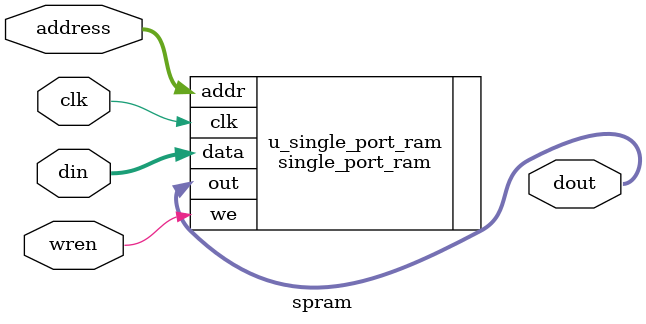
<source format=v>


//`define SIMULATION
`define COL_ID_BITS 8
`define ROW_ID_BITS 8
`define MAT_VAL_BITS 8
`define VEC_VAL_BITS 8
`define MULT_BITS (`VEC_VAL_BITS + `MAT_VAL_BITS)
`define NUM_CHANNEL 32
`define NUM_CHANNEL_BITS $clog2(`NUM_CHANNEL)
`define LANE_NUM (3 * `NUM_CHANNEL)
// `define LANE_NUM_BITS $clog2(`LANE_NUM)
`define NUM_MAT_VALS 8864
`define NUM_COL_IDS `NUM_MAT_VALS
`define NUM_ROW_IDS `NUM_MAT_VALS
`define NUM_VEC_VALS 128

`define FIFO_DEPTH 8
`define MAX_COLS (1<<`COL_ID_BITS)

// MACROS for BVB
`define BYTES_PER_ADDR_PER_BRAM 1
`define NUM_BRAMS 1
`define VEC_VAL_BYTES (`VEC_VAL_BITS/8)
`define VEC_VAL_OFFSET $clog2(`VEC_VAL_BITS)
`define NUM_VEC_VALS_PER_ADDR_PER_BRAM (`BYTES_PER_ADDR_PER_BRAM/`VEC_VAL_BYTES)
`define NUM_VEC_VALS_PER_ADDR `NUM_VEC_VALS_PER_ADDR_PER_BRAM*`NUM_BRAMS
`define NUM_VEC_VALS_PER_ADDR_BITS $clog2(`NUM_VEC_VALS_PER_ADDR)
`define NUM_ADDR (`NUM_VEC_VALS/`NUM_VEC_VALS_PER_ADDR)
`define BVB_AWIDTH `COL_ID_BITS
`define COUNTER_BITS $clog2(`NUM_ADDR)
`define LOCAL_ID_BITS `NUM_VEC_VALS_PER_ADDR_BITS

module spmv(
	input clk,
	input rst,

	output [`MULT_BITS-1:0] dout_nc,

	output reg done_reg
);

	// Row ID fifo signal
	wire [(`ROW_ID_BITS*`NUM_CHANNEL)-1:0] row_id;
	wire [`NUM_CHANNEL-1:0] row_id_empty;
	wire [`NUM_CHANNEL-1:0] row_id_rd_en;

	// column id fifo signals
	wire [(`COL_ID_BITS*`NUM_CHANNEL-1):0] col_id;
	wire [`NUM_CHANNEL-1:0] col_id_empty;
	wire [`NUM_CHANNEL-1:0] col_id_rd_en; 

	// matrix elements fifo signals
	wire [(`MAT_VAL_BITS*`NUM_CHANNEL)-1:0] mat_val;
	wire [`NUM_CHANNEL-1:0] mat_val_empty;
	wire [`NUM_CHANNEL-1:0] mat_val_rd_en;

	// The above the FIFOs are called fetcher FIFOs as they are a part of fetcher module and are filled by fetcher.

	// Fetcher module signals. There are just the above three put together.
	wire [((`ROW_ID_BITS+`COL_ID_BITS+`MAT_VAL_BITS)*`NUM_CHANNEL)-1:0] fetcher_out;
	wire [3*`NUM_CHANNEL-1:0] fetcher_empty;
	wire [3*`NUM_CHANNEL-1:0] fetcher_rd_en;

	// Vector values fifo signals
	wire [`VEC_VAL_BITS*`NUM_CHANNEL-1:0] vec_val;
	wire [`NUM_CHANNEL-1:0] vec_val_empty;
	wire [`NUM_CHANNEL-1:0] vec_val_rd_en;

	// 1 if at least 1 of the fetcher FIFOs is empty
	reg all_empty;

	// Signal to start the engine
	reg start;

	// Output data
	wire [(`MULT_BITS*`NUM_CHANNEL)-1:0] data_out;
	// output fifo empty signals
	wire [`NUM_CHANNEL-1:0] data_out_empty;
	// Address to store output data
	wire [(`ROW_ID_BITS*`NUM_CHANNEL)-1:0] addr_out;
	// output fifo read enable signal
	wire [`NUM_CHANNEL-1:0] out_rd_en;
	// reg [`NUM_CHANNEL-1:0] out_rd_en_reg;
	wire [`NUM_CHANNEL-1:0] out_rd_en_shifted;
	// Memory to write the output data

	wire [`MULT_BITS-1:0] data_out_shifted;
	wire [`ROW_ID_BITS-1:0] addr_out_shifted;
	wire [`MULT_BITS-1:0] wr_data;
	wire [`ROW_ID_BITS-1:0] wr_addr;
	reg wr_en;

	// Signals to indicate that the computation is complete
	wire [`NUM_CHANNEL-1:0] done;
	reg done_all, last;

	wire fetcher_done;

	always@(posedge clk or posedge rst) begin
		if (rst) begin
			all_empty <= 1;
			start <= 0;
		end
		else begin
			all_empty <= (|fetcher_empty) & (~start);
			if (!all_empty) begin
				start <= 1;
			end
		end
	end

	reg [`NUM_CHANNEL_BITS-1:0] counter;
	reg [`NUM_CHANNEL_BITS-1:0] counter_delay;
	reg [`NUM_CHANNEL_BITS-1:0] counter_store;

	assign out_rd_en = (({`NUM_CHANNEL{1'b0}})|(1<<counter)) & ~data_out_empty;
	assign out_rd_en_shifted = out_rd_en >> counter;

	assign data_out_shifted = data_out >> (counter_delay*`MULT_BITS);
	assign addr_out_shifted = addr_out >> (counter_delay*`ROW_ID_BITS);

	assign wr_data = data_out_shifted;
	assign wr_addr = addr_out_shifted;

	always @ (posedge clk or posedge rst) begin
		if(rst) begin
			counter <= 0;
			counter_delay <= 0;
			last <= 0;
		end
		else if(start) begin
			done_all <= &done;
			counter <= counter + 1;
			counter_delay <= counter;
			if(out_rd_en_shifted[0]) begin
				wr_en <= 1;
			end
			else begin
				wr_en <= 0;
			end
			if(done_all & !last) begin
				counter_store <= counter_delay;
				last <= 1;
			end
			else if (last) begin
				done_reg <= (counter_store==counter_delay);
			end
		end
	end

	spram #(
		.AWIDTH(`ROW_ID_BITS),
		.NUM_WORDS(`NUM_VEC_VALS),
		.DWIDTH(`MULT_BITS)
	) write_mem (
		.clk(clk),
		.address(wr_addr),
		.wren(wr_en),
		.din(wr_data),
		.dout(dout_nc)
	);

	// Assign FIFOs' read enables to the respective wires of fetcher read enable.
	assign fetcher_rd_en[3*`NUM_CHANNEL-1: 2*`NUM_CHANNEL] = row_id_rd_en;
	assign fetcher_rd_en[2*`NUM_CHANNEL-1: 1*`NUM_CHANNEL] = col_id_rd_en;
	assign fetcher_rd_en[1*`NUM_CHANNEL-1: 0] = mat_val_rd_en;

	fetcher fetcher (
		.clk(clk),
		.rst(rst),

		.mat_val_rd_en(fetcher_rd_en[1*`NUM_CHANNEL-1: 0]),
		.col_id_rd_en(fetcher_rd_en[2*`NUM_CHANNEL-1: 1*`NUM_CHANNEL]),
		.row_id_rd_en(fetcher_rd_en[3*`NUM_CHANNEL-1: 2*`NUM_CHANNEL]),

		.mat_val_out(fetcher_out[(1*`MAT_VAL_BITS*`NUM_CHANNEL)-1: 0]),
		.col_id_out(fetcher_out[(2*`COL_ID_BITS*`NUM_CHANNEL)-1: 1*`COL_ID_BITS*`NUM_CHANNEL]),
		.row_id_out(fetcher_out[(3*`ROW_ID_BITS*`NUM_CHANNEL)-1: 2*`ROW_ID_BITS*`NUM_CHANNEL]),

		.mat_val_empty(fetcher_empty[1*`NUM_CHANNEL-1: 0]),
		.col_id_empty(fetcher_empty[2*`NUM_CHANNEL-1: 1*`NUM_CHANNEL]),
		.row_id_empty(fetcher_empty[3*`NUM_CHANNEL-1: 2*`NUM_CHANNEL]),

		.done(fetcher_done)
	);

	assign row_id = fetcher_out[3*`ROW_ID_BITS*`NUM_CHANNEL-1: 2*`ROW_ID_BITS*`NUM_CHANNEL];
	assign row_id_empty = fetcher_empty[3*`NUM_CHANNEL-1: 2*`NUM_CHANNEL];

	assign col_id = fetcher_out[2*`COL_ID_BITS*`NUM_CHANNEL-1: 1*`COL_ID_BITS*`NUM_CHANNEL];
	assign col_id_empty = fetcher_empty[2*`NUM_CHANNEL-1: 1*`NUM_CHANNEL];

	assign mat_val = fetcher_out[1*`MAT_VAL_BITS*`NUM_CHANNEL-1: 0];
	assign mat_val_empty = fetcher_empty[1*`NUM_CHANNEL-1: 0];


	bvb bvb (
		.clk(clk),
		.rst(rst),
		.start(start),
		.id(col_id),
		.id_empty(col_id_empty),
		.id_rd_en(col_id_rd_en),
		.val(vec_val),
		.val_empty(vec_val_empty),
		.val_rd_en(vec_val_rd_en)
	);

	Big_Channel Big_Channel_ (
		.clk(clk), 
		.rst(rst),
		.start(start), 
		.fetcher_done(fetcher_done),
		.mat_val(mat_val), 
		.mat_val_empty(mat_val_empty), 
		.mat_val_rd_en(mat_val_rd_en), 
		.vec_val(vec_val), 
		.vec_val_empty(vec_val_empty), 
		.vec_val_rd_en(vec_val_rd_en), 
		.row_id(row_id), 
		.row_id_empty(row_id_empty), 
		.row_id_rd_en(row_id_rd_en), 
		.data_out(data_out),
		.data_out_empty(data_out_empty),
		.addr_out(addr_out),
		.out_rd_en(out_rd_en),
		.done(done)
	);
endmodule



/* Fetcher Module */
module fetcher(
	input clk,
	input rst,

	input  [`NUM_CHANNEL-1:0] mat_val_rd_en,
	input  [`NUM_CHANNEL-1:0] col_id_rd_en,
	input  [`NUM_CHANNEL-1:0] row_id_rd_en,

	output [(`MAT_VAL_BITS*`NUM_CHANNEL)-1:0] mat_val_out,
	output [(`COL_ID_BITS*`NUM_CHANNEL)-1:0] col_id_out,
	output [(`ROW_ID_BITS*`NUM_CHANNEL)-1:0] row_id_out,

	output [`NUM_CHANNEL-1:0] mat_val_empty,
	output [`NUM_CHANNEL-1:0] col_id_empty,
	output [`NUM_CHANNEL-1:0] row_id_empty,

	output done
	);

`ifdef SIMULATION
	parameter MAT_VAL_FILE = "/home/aatman/Desktop/SpMV/src/coe/mat_val.txt";
	parameter COL_ID_FILE = "/home/aatman/Desktop/SpMV/src/coe/col_id.txt";
	parameter ROW_ID_FILE = "/home/aatman/Desktop/SpMV/src/coe/row_id.txt";
`endif

	// parameter FIFO_DEPTH = 8;
	parameter FIFO_DEPTH_BITS = $clog2(`FIFO_DEPTH);

	// parameter ROW_LEN_ROM_DWIDTH = `ROW_LEN_BITS * `NUM_CHANNEL;
	// parameter ROW_LEN_ROM_NUM_ADDR = `NUM_ROW_LENS/`NUM_CHANNEL;
	parameter ROW_ID_ROM_DWIDTH = `ROW_ID_BITS;
	parameter ROW_ID_ROM_NUM_ADDR = `NUM_ROW_IDS;
	parameter ROW_ID_AWIDTH = $clog2(`NUM_ROW_IDS);

	// parameter MAT_VAL_ROM_DWIDTH = `MAT_VAL_BITS * `NUM_CHANNEL;
	// parameter MAT_VAL_ROM_NUM_ADDR = `NUM_MAT_VALS/`NUM_CHANNEL;
	parameter MAT_VAL_ROM_DWIDTH = `MAT_VAL_BITS;
	parameter MAT_VAL_ROM_NUM_ADDR = `NUM_MAT_VALS;
	parameter MAT_VAL_AWIDTH = $clog2(`NUM_MAT_VALS);

	// parameter COL_ID_ROM_DWIDTH = `COL_ID_BITS * `NUM_CHANNEL;
	// parameter COL_ID_ROM_NUM_ADDR = `NUM_COL_IDS/`NUM_CHANNEL;
	parameter COL_ID_ROM_DWIDTH = `COL_ID_BITS;
	parameter COL_ID_ROM_NUM_ADDR = `NUM_COL_IDS;
	parameter COL_ID_AWIDTH = $clog2(`NUM_COL_IDS);

	parameter NUM_CHANNEL_BITS = $clog2(`NUM_CHANNEL);

	reg [MAT_VAL_AWIDTH-1:0] mat_val_addr;
	reg [COL_ID_AWIDTH-1:0] col_id_addr;
	reg [ROW_ID_AWIDTH-1:0] row_id_addr;

	wire [MAT_VAL_ROM_DWIDTH-1:0] mat_val_dout;
	wire [COL_ID_ROM_DWIDTH-1:0] col_id_dout;
	wire [ROW_ID_ROM_DWIDTH-1:0] row_id_dout;

	reg [NUM_CHANNEL_BITS-1:0] mat_val_lane;
	reg [NUM_CHANNEL_BITS-1:0] col_id_lane;
	reg [NUM_CHANNEL_BITS-1:0] row_id_lane;
	 
	reg [`NUM_CHANNEL-1:0] mat_val_wr_en;
	reg [`NUM_CHANNEL-1:0] col_id_wr_en;
	reg [`NUM_CHANNEL-1:0] row_id_wr_en;

	wire [`NUM_CHANNEL-1:0] mat_val_full;
	wire [`NUM_CHANNEL-1:0] col_id_full;
	wire [`NUM_CHANNEL-1:0] row_id_full;

	wire [`NUM_CHANNEL-1:0] mat_val_full_shifted;
	wire [`NUM_CHANNEL-1:0] col_id_full_shifted;
	wire [`NUM_CHANNEL-1:0] row_id_full_shifted;

	// wire done;
	reg [MAT_VAL_AWIDTH:0] counter;

	spram #(
	`ifdef SIMULATION
		.INIT(MAT_VAL_FILE),
	`endif
		.AWIDTH(MAT_VAL_AWIDTH),
		.NUM_WORDS(MAT_VAL_ROM_NUM_ADDR),
		.DWIDTH(MAT_VAL_ROM_DWIDTH)
	) mat_val_rom (
		.clk(clk),
		.address(mat_val_addr),
		.wren(0),
		.din(0),
		.dout(mat_val_dout)
	);

	spram #(
	`ifdef SIMULATION
		.INIT(COL_ID_FILE),
	`endif
		.AWIDTH(COL_ID_AWIDTH),
		.NUM_WORDS(COL_ID_ROM_NUM_ADDR),
		.DWIDTH(COL_ID_ROM_DWIDTH)
	) col_id_rom (
		.clk(clk),
		.address(col_id_addr),
		.wren(0),
		.din(0),
		.dout(col_id_dout)
	);

	spram #(
	`ifdef SIMULATION
		.INIT(ROW_ID_FILE),
	`endif
		.AWIDTH(ROW_ID_AWIDTH),
		.NUM_WORDS(ROW_ID_ROM_NUM_ADDR),
		.DWIDTH(ROW_ID_ROM_DWIDTH)
	) row_id_rom (
		.clk(clk),
		.address(row_id_addr),
		.wren(0),
		.din(0),
		.dout(row_id_dout)
	);

	generic_fifo_sc_a #(
		.dw(MAT_VAL_ROM_DWIDTH),
		.aw(FIFO_DEPTH_BITS)
	) fifo_mat_val_0 ( 
		.clk(clk), // input clk 
		.rst(rst), // input clk 
		.clr(0), 
		.din(mat_val_dout), 
		.we(mat_val_wr_en[0]), // input wr_en 
		.re(mat_val_rd_en[0]), // input rd_en 
		.dout(mat_val_out[((0+1)*`MAT_VAL_BITS)-1:0*`MAT_VAL_BITS]), 
		.full(mat_val_full[0]), // output full 
		.empty(mat_val_empty[0]) // output empty 
	); 

	generic_fifo_sc_a #( 
		.dw(COL_ID_ROM_DWIDTH), 
		.aw(FIFO_DEPTH_BITS) 
	) fifo_col_id_0 ( 
		.clk(clk), // input clk 
		.rst(rst), // input clk 
		.clr(0), 
		.din(col_id_dout), 
		.we(col_id_wr_en[0]), // input wr_en 
		.re(col_id_rd_en[0]), // input rd_en 
		.dout(col_id_out[((0+1)*`COL_ID_BITS)-1:0*`COL_ID_BITS]), 
		.full(col_id_full[0]), // output full 
		.empty(col_id_empty[0]) // output empty 
	); 

	generic_fifo_sc_a #( 
		.dw(ROW_ID_ROM_DWIDTH), 
		.aw(FIFO_DEPTH_BITS) 
	) fifo_row_id_0 ( 
		.clk(clk), // input clk 
		.rst(rst), // input clk 
		.clr(0), 
		.din(row_id_dout), 
		.we(row_id_wr_en[0]), // input wr_en 
		.re(row_id_rd_en[0]), // input rd_en 
		.dout(row_id_out[((0+1)*`ROW_ID_BITS)-1:0*`ROW_ID_BITS]), 
		.full(row_id_full[0]), // output full 
		.empty(row_id_empty[0]) // output empty 
	);

	generic_fifo_sc_a #(
		.dw(MAT_VAL_ROM_DWIDTH),
		.aw(FIFO_DEPTH_BITS)
	) fifo_mat_val_1 ( 
		.clk(clk), // input clk 
		.rst(rst), // input clk 
		.clr(0), 
		.din(mat_val_dout), 
		.we(mat_val_wr_en[1]), // input wr_en 
		.re(mat_val_rd_en[1]), // input rd_en 
		.dout(mat_val_out[((1+1)*`MAT_VAL_BITS)-1:1*`MAT_VAL_BITS]), 
		.full(mat_val_full[1]), // output full 
		.empty(mat_val_empty[1]) // output empty 
	); 

	generic_fifo_sc_a #( 
		.dw(COL_ID_ROM_DWIDTH), 
		.aw(FIFO_DEPTH_BITS) 
	) fifo_col_id_1 ( 
		.clk(clk), // input clk 
		.rst(rst), // input clk 
		.clr(0), 
		.din(col_id_dout), 
		.we(col_id_wr_en[1]), // input wr_en 
		.re(col_id_rd_en[1]), // input rd_en 
		.dout(col_id_out[((1+1)*`COL_ID_BITS)-1:1*`COL_ID_BITS]), 
		.full(col_id_full[1]), // output full 
		.empty(col_id_empty[1]) // output empty 
	); 

	generic_fifo_sc_a #( 
		.dw(ROW_ID_ROM_DWIDTH), 
		.aw(FIFO_DEPTH_BITS) 
	) fifo_row_id_1 ( 
		.clk(clk), // input clk 
		.rst(rst), // input clk 
		.clr(0), 
		.din(row_id_dout), 
		.we(row_id_wr_en[1]), // input wr_en 
		.re(row_id_rd_en[1]), // input rd_en 
		.dout(row_id_out[((1+1)*`ROW_ID_BITS)-1:1*`ROW_ID_BITS]), 
		.full(row_id_full[1]), // output full 
		.empty(row_id_empty[1]) // output empty 
	);

	generic_fifo_sc_a #(
		.dw(MAT_VAL_ROM_DWIDTH),
		.aw(FIFO_DEPTH_BITS)
	) fifo_mat_val_2 ( 
		.clk(clk), // input clk 
		.rst(rst), // input clk 
		.clr(0), 
		.din(mat_val_dout), 
		.we(mat_val_wr_en[2]), // input wr_en 
		.re(mat_val_rd_en[2]), // input rd_en 
		.dout(mat_val_out[((2+1)*`MAT_VAL_BITS)-1:2*`MAT_VAL_BITS]), 
		.full(mat_val_full[2]), // output full 
		.empty(mat_val_empty[2]) // output empty 
	); 

	generic_fifo_sc_a #( 
		.dw(COL_ID_ROM_DWIDTH), 
		.aw(FIFO_DEPTH_BITS) 
	) fifo_col_id_2 ( 
		.clk(clk), // input clk 
		.rst(rst), // input clk 
		.clr(0), 
		.din(col_id_dout), 
		.we(col_id_wr_en[2]), // input wr_en 
		.re(col_id_rd_en[2]), // input rd_en 
		.dout(col_id_out[((2+1)*`COL_ID_BITS)-1:2*`COL_ID_BITS]), 
		.full(col_id_full[2]), // output full 
		.empty(col_id_empty[2]) // output empty 
	); 

	generic_fifo_sc_a #( 
		.dw(ROW_ID_ROM_DWIDTH), 
		.aw(FIFO_DEPTH_BITS) 
	) fifo_row_id_2 ( 
		.clk(clk), // input clk 
		.rst(rst), // input clk 
		.clr(0), 
		.din(row_id_dout), 
		.we(row_id_wr_en[2]), // input wr_en 
		.re(row_id_rd_en[2]), // input rd_en 
		.dout(row_id_out[((2+1)*`ROW_ID_BITS)-1:2*`ROW_ID_BITS]), 
		.full(row_id_full[2]), // output full 
		.empty(row_id_empty[2]) // output empty 
	);

	generic_fifo_sc_a #(
		.dw(MAT_VAL_ROM_DWIDTH),
		.aw(FIFO_DEPTH_BITS)
	) fifo_mat_val_3 ( 
		.clk(clk), // input clk 
		.rst(rst), // input clk 
		.clr(0), 
		.din(mat_val_dout), 
		.we(mat_val_wr_en[3]), // input wr_en 
		.re(mat_val_rd_en[3]), // input rd_en 
		.dout(mat_val_out[((3+1)*`MAT_VAL_BITS)-1:3*`MAT_VAL_BITS]), 
		.full(mat_val_full[3]), // output full 
		.empty(mat_val_empty[3]) // output empty 
	); 

	generic_fifo_sc_a #( 
		.dw(COL_ID_ROM_DWIDTH), 
		.aw(FIFO_DEPTH_BITS) 
	) fifo_col_id_3 ( 
		.clk(clk), // input clk 
		.rst(rst), // input clk 
		.clr(0), 
		.din(col_id_dout), 
		.we(col_id_wr_en[3]), // input wr_en 
		.re(col_id_rd_en[3]), // input rd_en 
		.dout(col_id_out[((3+1)*`COL_ID_BITS)-1:3*`COL_ID_BITS]), 
		.full(col_id_full[3]), // output full 
		.empty(col_id_empty[3]) // output empty 
	); 

	generic_fifo_sc_a #( 
		.dw(ROW_ID_ROM_DWIDTH), 
		.aw(FIFO_DEPTH_BITS) 
	) fifo_row_id_3 ( 
		.clk(clk), // input clk 
		.rst(rst), // input clk 
		.clr(0), 
		.din(row_id_dout), 
		.we(row_id_wr_en[3]), // input wr_en 
		.re(row_id_rd_en[3]), // input rd_en 
		.dout(row_id_out[((3+1)*`ROW_ID_BITS)-1:3*`ROW_ID_BITS]), 
		.full(row_id_full[3]), // output full 
		.empty(row_id_empty[3]) // output empty 
	);

	generic_fifo_sc_a #(
		.dw(MAT_VAL_ROM_DWIDTH),
		.aw(FIFO_DEPTH_BITS)
	) fifo_mat_val_4 ( 
		.clk(clk), // input clk 
		.rst(rst), // input clk 
		.clr(0), 
		.din(mat_val_dout), 
		.we(mat_val_wr_en[4]), // input wr_en 
		.re(mat_val_rd_en[4]), // input rd_en 
		.dout(mat_val_out[((4+1)*`MAT_VAL_BITS)-1:4*`MAT_VAL_BITS]), 
		.full(mat_val_full[4]), // output full 
		.empty(mat_val_empty[4]) // output empty 
	); 

	generic_fifo_sc_a #( 
		.dw(COL_ID_ROM_DWIDTH), 
		.aw(FIFO_DEPTH_BITS) 
	) fifo_col_id_4 ( 
		.clk(clk), // input clk 
		.rst(rst), // input clk 
		.clr(0), 
		.din(col_id_dout), 
		.we(col_id_wr_en[4]), // input wr_en 
		.re(col_id_rd_en[4]), // input rd_en 
		.dout(col_id_out[((4+1)*`COL_ID_BITS)-1:4*`COL_ID_BITS]), 
		.full(col_id_full[4]), // output full 
		.empty(col_id_empty[4]) // output empty 
	); 

	generic_fifo_sc_a #( 
		.dw(ROW_ID_ROM_DWIDTH), 
		.aw(FIFO_DEPTH_BITS) 
	) fifo_row_id_4 ( 
		.clk(clk), // input clk 
		.rst(rst), // input clk 
		.clr(0), 
		.din(row_id_dout), 
		.we(row_id_wr_en[4]), // input wr_en 
		.re(row_id_rd_en[4]), // input rd_en 
		.dout(row_id_out[((4+1)*`ROW_ID_BITS)-1:4*`ROW_ID_BITS]), 
		.full(row_id_full[4]), // output full 
		.empty(row_id_empty[4]) // output empty 
	);

	generic_fifo_sc_a #(
		.dw(MAT_VAL_ROM_DWIDTH),
		.aw(FIFO_DEPTH_BITS)
	) fifo_mat_val_5 ( 
		.clk(clk), // input clk 
		.rst(rst), // input clk 
		.clr(0), 
		.din(mat_val_dout), 
		.we(mat_val_wr_en[5]), // input wr_en 
		.re(mat_val_rd_en[5]), // input rd_en 
		.dout(mat_val_out[((5+1)*`MAT_VAL_BITS)-1:5*`MAT_VAL_BITS]), 
		.full(mat_val_full[5]), // output full 
		.empty(mat_val_empty[5]) // output empty 
	); 

	generic_fifo_sc_a #( 
		.dw(COL_ID_ROM_DWIDTH), 
		.aw(FIFO_DEPTH_BITS) 
	) fifo_col_id_5 ( 
		.clk(clk), // input clk 
		.rst(rst), // input clk 
		.clr(0), 
		.din(col_id_dout), 
		.we(col_id_wr_en[5]), // input wr_en 
		.re(col_id_rd_en[5]), // input rd_en 
		.dout(col_id_out[((5+1)*`COL_ID_BITS)-1:5*`COL_ID_BITS]), 
		.full(col_id_full[5]), // output full 
		.empty(col_id_empty[5]) // output empty 
	); 

	generic_fifo_sc_a #( 
		.dw(ROW_ID_ROM_DWIDTH), 
		.aw(FIFO_DEPTH_BITS) 
	) fifo_row_id_5 ( 
		.clk(clk), // input clk 
		.rst(rst), // input clk 
		.clr(0), 
		.din(row_id_dout), 
		.we(row_id_wr_en[5]), // input wr_en 
		.re(row_id_rd_en[5]), // input rd_en 
		.dout(row_id_out[((5+1)*`ROW_ID_BITS)-1:5*`ROW_ID_BITS]), 
		.full(row_id_full[5]), // output full 
		.empty(row_id_empty[5]) // output empty 
	);

	generic_fifo_sc_a #(
		.dw(MAT_VAL_ROM_DWIDTH),
		.aw(FIFO_DEPTH_BITS)
	) fifo_mat_val_6 ( 
		.clk(clk), // input clk 
		.rst(rst), // input clk 
		.clr(0), 
		.din(mat_val_dout), 
		.we(mat_val_wr_en[6]), // input wr_en 
		.re(mat_val_rd_en[6]), // input rd_en 
		.dout(mat_val_out[((6+1)*`MAT_VAL_BITS)-1:6*`MAT_VAL_BITS]), 
		.full(mat_val_full[6]), // output full 
		.empty(mat_val_empty[6]) // output empty 
	); 

	generic_fifo_sc_a #( 
		.dw(COL_ID_ROM_DWIDTH), 
		.aw(FIFO_DEPTH_BITS) 
	) fifo_col_id_6 ( 
		.clk(clk), // input clk 
		.rst(rst), // input clk 
		.clr(0), 
		.din(col_id_dout), 
		.we(col_id_wr_en[6]), // input wr_en 
		.re(col_id_rd_en[6]), // input rd_en 
		.dout(col_id_out[((6+1)*`COL_ID_BITS)-1:6*`COL_ID_BITS]), 
		.full(col_id_full[6]), // output full 
		.empty(col_id_empty[6]) // output empty 
	); 

	generic_fifo_sc_a #( 
		.dw(ROW_ID_ROM_DWIDTH), 
		.aw(FIFO_DEPTH_BITS) 
	) fifo_row_id_6 ( 
		.clk(clk), // input clk 
		.rst(rst), // input clk 
		.clr(0), 
		.din(row_id_dout), 
		.we(row_id_wr_en[6]), // input wr_en 
		.re(row_id_rd_en[6]), // input rd_en 
		.dout(row_id_out[((6+1)*`ROW_ID_BITS)-1:6*`ROW_ID_BITS]), 
		.full(row_id_full[6]), // output full 
		.empty(row_id_empty[6]) // output empty 
	);

	generic_fifo_sc_a #(
		.dw(MAT_VAL_ROM_DWIDTH),
		.aw(FIFO_DEPTH_BITS)
	) fifo_mat_val_7 ( 
		.clk(clk), // input clk 
		.rst(rst), // input clk 
		.clr(0), 
		.din(mat_val_dout), 
		.we(mat_val_wr_en[7]), // input wr_en 
		.re(mat_val_rd_en[7]), // input rd_en 
		.dout(mat_val_out[((7+1)*`MAT_VAL_BITS)-1:7*`MAT_VAL_BITS]), 
		.full(mat_val_full[7]), // output full 
		.empty(mat_val_empty[7]) // output empty 
	); 

	generic_fifo_sc_a #( 
		.dw(COL_ID_ROM_DWIDTH), 
		.aw(FIFO_DEPTH_BITS) 
	) fifo_col_id_7 ( 
		.clk(clk), // input clk 
		.rst(rst), // input clk 
		.clr(0), 
		.din(col_id_dout), 
		.we(col_id_wr_en[7]), // input wr_en 
		.re(col_id_rd_en[7]), // input rd_en 
		.dout(col_id_out[((7+1)*`COL_ID_BITS)-1:7*`COL_ID_BITS]), 
		.full(col_id_full[7]), // output full 
		.empty(col_id_empty[7]) // output empty 
	); 

	generic_fifo_sc_a #( 
		.dw(ROW_ID_ROM_DWIDTH), 
		.aw(FIFO_DEPTH_BITS) 
	) fifo_row_id_7 ( 
		.clk(clk), // input clk 
		.rst(rst), // input clk 
		.clr(0), 
		.din(row_id_dout), 
		.we(row_id_wr_en[7]), // input wr_en 
		.re(row_id_rd_en[7]), // input rd_en 
		.dout(row_id_out[((7+1)*`ROW_ID_BITS)-1:7*`ROW_ID_BITS]), 
		.full(row_id_full[7]), // output full 
		.empty(row_id_empty[7]) // output empty 
	);

	generic_fifo_sc_a #(
		.dw(MAT_VAL_ROM_DWIDTH),
		.aw(FIFO_DEPTH_BITS)
	) fifo_mat_val_8 ( 
		.clk(clk), // input clk 
		.rst(rst), // input clk 
		.clr(0), 
		.din(mat_val_dout), 
		.we(mat_val_wr_en[8]), // input wr_en 
		.re(mat_val_rd_en[8]), // input rd_en 
		.dout(mat_val_out[((8+1)*`MAT_VAL_BITS)-1:8*`MAT_VAL_BITS]), 
		.full(mat_val_full[8]), // output full 
		.empty(mat_val_empty[8]) // output empty 
	); 

	generic_fifo_sc_a #( 
		.dw(COL_ID_ROM_DWIDTH), 
		.aw(FIFO_DEPTH_BITS) 
	) fifo_col_id_8 ( 
		.clk(clk), // input clk 
		.rst(rst), // input clk 
		.clr(0), 
		.din(col_id_dout), 
		.we(col_id_wr_en[8]), // input wr_en 
		.re(col_id_rd_en[8]), // input rd_en 
		.dout(col_id_out[((8+1)*`COL_ID_BITS)-1:8*`COL_ID_BITS]), 
		.full(col_id_full[8]), // output full 
		.empty(col_id_empty[8]) // output empty 
	); 

	generic_fifo_sc_a #( 
		.dw(ROW_ID_ROM_DWIDTH), 
		.aw(FIFO_DEPTH_BITS) 
	) fifo_row_id_8 ( 
		.clk(clk), // input clk 
		.rst(rst), // input clk 
		.clr(0), 
		.din(row_id_dout), 
		.we(row_id_wr_en[8]), // input wr_en 
		.re(row_id_rd_en[8]), // input rd_en 
		.dout(row_id_out[((8+1)*`ROW_ID_BITS)-1:8*`ROW_ID_BITS]), 
		.full(row_id_full[8]), // output full 
		.empty(row_id_empty[8]) // output empty 
	);

	generic_fifo_sc_a #(
		.dw(MAT_VAL_ROM_DWIDTH),
		.aw(FIFO_DEPTH_BITS)
	) fifo_mat_val_9 ( 
		.clk(clk), // input clk 
		.rst(rst), // input clk 
		.clr(0), 
		.din(mat_val_dout), 
		.we(mat_val_wr_en[9]), // input wr_en 
		.re(mat_val_rd_en[9]), // input rd_en 
		.dout(mat_val_out[((9+1)*`MAT_VAL_BITS)-1:9*`MAT_VAL_BITS]), 
		.full(mat_val_full[9]), // output full 
		.empty(mat_val_empty[9]) // output empty 
	); 

	generic_fifo_sc_a #( 
		.dw(COL_ID_ROM_DWIDTH), 
		.aw(FIFO_DEPTH_BITS) 
	) fifo_col_id_9 ( 
		.clk(clk), // input clk 
		.rst(rst), // input clk 
		.clr(0), 
		.din(col_id_dout), 
		.we(col_id_wr_en[9]), // input wr_en 
		.re(col_id_rd_en[9]), // input rd_en 
		.dout(col_id_out[((9+1)*`COL_ID_BITS)-1:9*`COL_ID_BITS]), 
		.full(col_id_full[9]), // output full 
		.empty(col_id_empty[9]) // output empty 
	); 

	generic_fifo_sc_a #( 
		.dw(ROW_ID_ROM_DWIDTH), 
		.aw(FIFO_DEPTH_BITS) 
	) fifo_row_id_9 ( 
		.clk(clk), // input clk 
		.rst(rst), // input clk 
		.clr(0), 
		.din(row_id_dout), 
		.we(row_id_wr_en[9]), // input wr_en 
		.re(row_id_rd_en[9]), // input rd_en 
		.dout(row_id_out[((9+1)*`ROW_ID_BITS)-1:9*`ROW_ID_BITS]), 
		.full(row_id_full[9]), // output full 
		.empty(row_id_empty[9]) // output empty 
	);

	generic_fifo_sc_a #(
		.dw(MAT_VAL_ROM_DWIDTH),
		.aw(FIFO_DEPTH_BITS)
	) fifo_mat_val_10 ( 
		.clk(clk), // input clk 
		.rst(rst), // input clk 
		.clr(0), 
		.din(mat_val_dout), 
		.we(mat_val_wr_en[10]), // input wr_en 
		.re(mat_val_rd_en[10]), // input rd_en 
		.dout(mat_val_out[((10+1)*`MAT_VAL_BITS)-1:10*`MAT_VAL_BITS]), 
		.full(mat_val_full[10]), // output full 
		.empty(mat_val_empty[10]) // output empty 
	); 

	generic_fifo_sc_a #( 
		.dw(COL_ID_ROM_DWIDTH), 
		.aw(FIFO_DEPTH_BITS) 
	) fifo_col_id_10 ( 
		.clk(clk), // input clk 
		.rst(rst), // input clk 
		.clr(0), 
		.din(col_id_dout), 
		.we(col_id_wr_en[10]), // input wr_en 
		.re(col_id_rd_en[10]), // input rd_en 
		.dout(col_id_out[((10+1)*`COL_ID_BITS)-1:10*`COL_ID_BITS]), 
		.full(col_id_full[10]), // output full 
		.empty(col_id_empty[10]) // output empty 
	); 

	generic_fifo_sc_a #( 
		.dw(ROW_ID_ROM_DWIDTH), 
		.aw(FIFO_DEPTH_BITS) 
	) fifo_row_id_10 ( 
		.clk(clk), // input clk 
		.rst(rst), // input clk 
		.clr(0), 
		.din(row_id_dout), 
		.we(row_id_wr_en[10]), // input wr_en 
		.re(row_id_rd_en[10]), // input rd_en 
		.dout(row_id_out[((10+1)*`ROW_ID_BITS)-1:10*`ROW_ID_BITS]), 
		.full(row_id_full[10]), // output full 
		.empty(row_id_empty[10]) // output empty 
	);

	generic_fifo_sc_a #(
		.dw(MAT_VAL_ROM_DWIDTH),
		.aw(FIFO_DEPTH_BITS)
	) fifo_mat_val_11 ( 
		.clk(clk), // input clk 
		.rst(rst), // input clk 
		.clr(0), 
		.din(mat_val_dout), 
		.we(mat_val_wr_en[11]), // input wr_en 
		.re(mat_val_rd_en[11]), // input rd_en 
		.dout(mat_val_out[((11+1)*`MAT_VAL_BITS)-1:11*`MAT_VAL_BITS]), 
		.full(mat_val_full[11]), // output full 
		.empty(mat_val_empty[11]) // output empty 
	); 

	generic_fifo_sc_a #( 
		.dw(COL_ID_ROM_DWIDTH), 
		.aw(FIFO_DEPTH_BITS) 
	) fifo_col_id_11 ( 
		.clk(clk), // input clk 
		.rst(rst), // input clk 
		.clr(0), 
		.din(col_id_dout), 
		.we(col_id_wr_en[11]), // input wr_en 
		.re(col_id_rd_en[11]), // input rd_en 
		.dout(col_id_out[((11+1)*`COL_ID_BITS)-1:11*`COL_ID_BITS]), 
		.full(col_id_full[11]), // output full 
		.empty(col_id_empty[11]) // output empty 
	); 

	generic_fifo_sc_a #( 
		.dw(ROW_ID_ROM_DWIDTH), 
		.aw(FIFO_DEPTH_BITS) 
	) fifo_row_id_11 ( 
		.clk(clk), // input clk 
		.rst(rst), // input clk 
		.clr(0), 
		.din(row_id_dout), 
		.we(row_id_wr_en[11]), // input wr_en 
		.re(row_id_rd_en[11]), // input rd_en 
		.dout(row_id_out[((11+1)*`ROW_ID_BITS)-1:11*`ROW_ID_BITS]), 
		.full(row_id_full[11]), // output full 
		.empty(row_id_empty[11]) // output empty 
	);

	generic_fifo_sc_a #(
		.dw(MAT_VAL_ROM_DWIDTH),
		.aw(FIFO_DEPTH_BITS)
	) fifo_mat_val_12 ( 
		.clk(clk), // input clk 
		.rst(rst), // input clk 
		.clr(0), 
		.din(mat_val_dout), 
		.we(mat_val_wr_en[12]), // input wr_en 
		.re(mat_val_rd_en[12]), // input rd_en 
		.dout(mat_val_out[((12+1)*`MAT_VAL_BITS)-1:12*`MAT_VAL_BITS]), 
		.full(mat_val_full[12]), // output full 
		.empty(mat_val_empty[12]) // output empty 
	); 

	generic_fifo_sc_a #( 
		.dw(COL_ID_ROM_DWIDTH), 
		.aw(FIFO_DEPTH_BITS) 
	) fifo_col_id_12 ( 
		.clk(clk), // input clk 
		.rst(rst), // input clk 
		.clr(0), 
		.din(col_id_dout), 
		.we(col_id_wr_en[12]), // input wr_en 
		.re(col_id_rd_en[12]), // input rd_en 
		.dout(col_id_out[((12+1)*`COL_ID_BITS)-1:12*`COL_ID_BITS]), 
		.full(col_id_full[12]), // output full 
		.empty(col_id_empty[12]) // output empty 
	); 

	generic_fifo_sc_a #( 
		.dw(ROW_ID_ROM_DWIDTH), 
		.aw(FIFO_DEPTH_BITS) 
	) fifo_row_id_12 ( 
		.clk(clk), // input clk 
		.rst(rst), // input clk 
		.clr(0), 
		.din(row_id_dout), 
		.we(row_id_wr_en[12]), // input wr_en 
		.re(row_id_rd_en[12]), // input rd_en 
		.dout(row_id_out[((12+1)*`ROW_ID_BITS)-1:12*`ROW_ID_BITS]), 
		.full(row_id_full[12]), // output full 
		.empty(row_id_empty[12]) // output empty 
	);

	generic_fifo_sc_a #(
		.dw(MAT_VAL_ROM_DWIDTH),
		.aw(FIFO_DEPTH_BITS)
	) fifo_mat_val_13 ( 
		.clk(clk), // input clk 
		.rst(rst), // input clk 
		.clr(0), 
		.din(mat_val_dout), 
		.we(mat_val_wr_en[13]), // input wr_en 
		.re(mat_val_rd_en[13]), // input rd_en 
		.dout(mat_val_out[((13+1)*`MAT_VAL_BITS)-1:13*`MAT_VAL_BITS]), 
		.full(mat_val_full[13]), // output full 
		.empty(mat_val_empty[13]) // output empty 
	); 

	generic_fifo_sc_a #( 
		.dw(COL_ID_ROM_DWIDTH), 
		.aw(FIFO_DEPTH_BITS) 
	) fifo_col_id_13 ( 
		.clk(clk), // input clk 
		.rst(rst), // input clk 
		.clr(0), 
		.din(col_id_dout), 
		.we(col_id_wr_en[13]), // input wr_en 
		.re(col_id_rd_en[13]), // input rd_en 
		.dout(col_id_out[((13+1)*`COL_ID_BITS)-1:13*`COL_ID_BITS]), 
		.full(col_id_full[13]), // output full 
		.empty(col_id_empty[13]) // output empty 
	); 

	generic_fifo_sc_a #( 
		.dw(ROW_ID_ROM_DWIDTH), 
		.aw(FIFO_DEPTH_BITS) 
	) fifo_row_id_13 ( 
		.clk(clk), // input clk 
		.rst(rst), // input clk 
		.clr(0), 
		.din(row_id_dout), 
		.we(row_id_wr_en[13]), // input wr_en 
		.re(row_id_rd_en[13]), // input rd_en 
		.dout(row_id_out[((13+1)*`ROW_ID_BITS)-1:13*`ROW_ID_BITS]), 
		.full(row_id_full[13]), // output full 
		.empty(row_id_empty[13]) // output empty 
	);

	generic_fifo_sc_a #(
		.dw(MAT_VAL_ROM_DWIDTH),
		.aw(FIFO_DEPTH_BITS)
	) fifo_mat_val_14 ( 
		.clk(clk), // input clk 
		.rst(rst), // input clk 
		.clr(0), 
		.din(mat_val_dout), 
		.we(mat_val_wr_en[14]), // input wr_en 
		.re(mat_val_rd_en[14]), // input rd_en 
		.dout(mat_val_out[((14+1)*`MAT_VAL_BITS)-1:14*`MAT_VAL_BITS]), 
		.full(mat_val_full[14]), // output full 
		.empty(mat_val_empty[14]) // output empty 
	); 

	generic_fifo_sc_a #( 
		.dw(COL_ID_ROM_DWIDTH), 
		.aw(FIFO_DEPTH_BITS) 
	) fifo_col_id_14 ( 
		.clk(clk), // input clk 
		.rst(rst), // input clk 
		.clr(0), 
		.din(col_id_dout), 
		.we(col_id_wr_en[14]), // input wr_en 
		.re(col_id_rd_en[14]), // input rd_en 
		.dout(col_id_out[((14+1)*`COL_ID_BITS)-1:14*`COL_ID_BITS]), 
		.full(col_id_full[14]), // output full 
		.empty(col_id_empty[14]) // output empty 
	); 

	generic_fifo_sc_a #( 
		.dw(ROW_ID_ROM_DWIDTH), 
		.aw(FIFO_DEPTH_BITS) 
	) fifo_row_id_14 ( 
		.clk(clk), // input clk 
		.rst(rst), // input clk 
		.clr(0), 
		.din(row_id_dout), 
		.we(row_id_wr_en[14]), // input wr_en 
		.re(row_id_rd_en[14]), // input rd_en 
		.dout(row_id_out[((14+1)*`ROW_ID_BITS)-1:14*`ROW_ID_BITS]), 
		.full(row_id_full[14]), // output full 
		.empty(row_id_empty[14]) // output empty 
	);

	generic_fifo_sc_a #(
		.dw(MAT_VAL_ROM_DWIDTH),
		.aw(FIFO_DEPTH_BITS)
	) fifo_mat_val_15 ( 
		.clk(clk), // input clk 
		.rst(rst), // input clk 
		.clr(0), 
		.din(mat_val_dout), 
		.we(mat_val_wr_en[15]), // input wr_en 
		.re(mat_val_rd_en[15]), // input rd_en 
		.dout(mat_val_out[((15+1)*`MAT_VAL_BITS)-1:15*`MAT_VAL_BITS]), 
		.full(mat_val_full[15]), // output full 
		.empty(mat_val_empty[15]) // output empty 
	); 

	generic_fifo_sc_a #( 
		.dw(COL_ID_ROM_DWIDTH), 
		.aw(FIFO_DEPTH_BITS) 
	) fifo_col_id_15 ( 
		.clk(clk), // input clk 
		.rst(rst), // input clk 
		.clr(0), 
		.din(col_id_dout), 
		.we(col_id_wr_en[15]), // input wr_en 
		.re(col_id_rd_en[15]), // input rd_en 
		.dout(col_id_out[((15+1)*`COL_ID_BITS)-1:15*`COL_ID_BITS]), 
		.full(col_id_full[15]), // output full 
		.empty(col_id_empty[15]) // output empty 
	); 

	generic_fifo_sc_a #( 
		.dw(ROW_ID_ROM_DWIDTH), 
		.aw(FIFO_DEPTH_BITS) 
	) fifo_row_id_15 ( 
		.clk(clk), // input clk 
		.rst(rst), // input clk 
		.clr(0), 
		.din(row_id_dout), 
		.we(row_id_wr_en[15]), // input wr_en 
		.re(row_id_rd_en[15]), // input rd_en 
		.dout(row_id_out[((15+1)*`ROW_ID_BITS)-1:15*`ROW_ID_BITS]), 
		.full(row_id_full[15]), // output full 
		.empty(row_id_empty[15]) // output empty 
	);

	generic_fifo_sc_a #(
		.dw(MAT_VAL_ROM_DWIDTH),
		.aw(FIFO_DEPTH_BITS)
	) fifo_mat_val_16 ( 
		.clk(clk), // input clk 
		.rst(rst), // input clk 
		.clr(0), 
		.din(mat_val_dout), 
		.we(mat_val_wr_en[16]), // input wr_en 
		.re(mat_val_rd_en[16]), // input rd_en 
		.dout(mat_val_out[((16+1)*`MAT_VAL_BITS)-1:16*`MAT_VAL_BITS]), 
		.full(mat_val_full[16]), // output full 
		.empty(mat_val_empty[16]) // output empty 
	); 

	generic_fifo_sc_a #( 
		.dw(COL_ID_ROM_DWIDTH), 
		.aw(FIFO_DEPTH_BITS) 
	) fifo_col_id_16 ( 
		.clk(clk), // input clk 
		.rst(rst), // input clk 
		.clr(0), 
		.din(col_id_dout), 
		.we(col_id_wr_en[16]), // input wr_en 
		.re(col_id_rd_en[16]), // input rd_en 
		.dout(col_id_out[((16+1)*`COL_ID_BITS)-1:16*`COL_ID_BITS]), 
		.full(col_id_full[16]), // output full 
		.empty(col_id_empty[16]) // output empty 
	); 

	generic_fifo_sc_a #( 
		.dw(ROW_ID_ROM_DWIDTH), 
		.aw(FIFO_DEPTH_BITS) 
	) fifo_row_id_16 ( 
		.clk(clk), // input clk 
		.rst(rst), // input clk 
		.clr(0), 
		.din(row_id_dout), 
		.we(row_id_wr_en[16]), // input wr_en 
		.re(row_id_rd_en[16]), // input rd_en 
		.dout(row_id_out[((16+1)*`ROW_ID_BITS)-1:16*`ROW_ID_BITS]), 
		.full(row_id_full[16]), // output full 
		.empty(row_id_empty[16]) // output empty 
	);

	generic_fifo_sc_a #(
		.dw(MAT_VAL_ROM_DWIDTH),
		.aw(FIFO_DEPTH_BITS)
	) fifo_mat_val_17 ( 
		.clk(clk), // input clk 
		.rst(rst), // input clk 
		.clr(0), 
		.din(mat_val_dout), 
		.we(mat_val_wr_en[17]), // input wr_en 
		.re(mat_val_rd_en[17]), // input rd_en 
		.dout(mat_val_out[((17+1)*`MAT_VAL_BITS)-1:17*`MAT_VAL_BITS]), 
		.full(mat_val_full[17]), // output full 
		.empty(mat_val_empty[17]) // output empty 
	); 

	generic_fifo_sc_a #( 
		.dw(COL_ID_ROM_DWIDTH), 
		.aw(FIFO_DEPTH_BITS) 
	) fifo_col_id_17 ( 
		.clk(clk), // input clk 
		.rst(rst), // input clk 
		.clr(0), 
		.din(col_id_dout), 
		.we(col_id_wr_en[17]), // input wr_en 
		.re(col_id_rd_en[17]), // input rd_en 
		.dout(col_id_out[((17+1)*`COL_ID_BITS)-1:17*`COL_ID_BITS]), 
		.full(col_id_full[17]), // output full 
		.empty(col_id_empty[17]) // output empty 
	); 

	generic_fifo_sc_a #( 
		.dw(ROW_ID_ROM_DWIDTH), 
		.aw(FIFO_DEPTH_BITS) 
	) fifo_row_id_17 ( 
		.clk(clk), // input clk 
		.rst(rst), // input clk 
		.clr(0), 
		.din(row_id_dout), 
		.we(row_id_wr_en[17]), // input wr_en 
		.re(row_id_rd_en[17]), // input rd_en 
		.dout(row_id_out[((17+1)*`ROW_ID_BITS)-1:17*`ROW_ID_BITS]), 
		.full(row_id_full[17]), // output full 
		.empty(row_id_empty[17]) // output empty 
	);

	generic_fifo_sc_a #(
		.dw(MAT_VAL_ROM_DWIDTH),
		.aw(FIFO_DEPTH_BITS)
	) fifo_mat_val_18 ( 
		.clk(clk), // input clk 
		.rst(rst), // input clk 
		.clr(0), 
		.din(mat_val_dout), 
		.we(mat_val_wr_en[18]), // input wr_en 
		.re(mat_val_rd_en[18]), // input rd_en 
		.dout(mat_val_out[((18+1)*`MAT_VAL_BITS)-1:18*`MAT_VAL_BITS]), 
		.full(mat_val_full[18]), // output full 
		.empty(mat_val_empty[18]) // output empty 
	); 

	generic_fifo_sc_a #( 
		.dw(COL_ID_ROM_DWIDTH), 
		.aw(FIFO_DEPTH_BITS) 
	) fifo_col_id_18 ( 
		.clk(clk), // input clk 
		.rst(rst), // input clk 
		.clr(0), 
		.din(col_id_dout), 
		.we(col_id_wr_en[18]), // input wr_en 
		.re(col_id_rd_en[18]), // input rd_en 
		.dout(col_id_out[((18+1)*`COL_ID_BITS)-1:18*`COL_ID_BITS]), 
		.full(col_id_full[18]), // output full 
		.empty(col_id_empty[18]) // output empty 
	); 

	generic_fifo_sc_a #( 
		.dw(ROW_ID_ROM_DWIDTH), 
		.aw(FIFO_DEPTH_BITS) 
	) fifo_row_id_18 ( 
		.clk(clk), // input clk 
		.rst(rst), // input clk 
		.clr(0), 
		.din(row_id_dout), 
		.we(row_id_wr_en[18]), // input wr_en 
		.re(row_id_rd_en[18]), // input rd_en 
		.dout(row_id_out[((18+1)*`ROW_ID_BITS)-1:18*`ROW_ID_BITS]), 
		.full(row_id_full[18]), // output full 
		.empty(row_id_empty[18]) // output empty 
	);

	generic_fifo_sc_a #(
		.dw(MAT_VAL_ROM_DWIDTH),
		.aw(FIFO_DEPTH_BITS)
	) fifo_mat_val_19 ( 
		.clk(clk), // input clk 
		.rst(rst), // input clk 
		.clr(0), 
		.din(mat_val_dout), 
		.we(mat_val_wr_en[19]), // input wr_en 
		.re(mat_val_rd_en[19]), // input rd_en 
		.dout(mat_val_out[((19+1)*`MAT_VAL_BITS)-1:19*`MAT_VAL_BITS]), 
		.full(mat_val_full[19]), // output full 
		.empty(mat_val_empty[19]) // output empty 
	); 

	generic_fifo_sc_a #( 
		.dw(COL_ID_ROM_DWIDTH), 
		.aw(FIFO_DEPTH_BITS) 
	) fifo_col_id_19 ( 
		.clk(clk), // input clk 
		.rst(rst), // input clk 
		.clr(0), 
		.din(col_id_dout), 
		.we(col_id_wr_en[19]), // input wr_en 
		.re(col_id_rd_en[19]), // input rd_en 
		.dout(col_id_out[((19+1)*`COL_ID_BITS)-1:19*`COL_ID_BITS]), 
		.full(col_id_full[19]), // output full 
		.empty(col_id_empty[19]) // output empty 
	); 

	generic_fifo_sc_a #( 
		.dw(ROW_ID_ROM_DWIDTH), 
		.aw(FIFO_DEPTH_BITS) 
	) fifo_row_id_19 ( 
		.clk(clk), // input clk 
		.rst(rst), // input clk 
		.clr(0), 
		.din(row_id_dout), 
		.we(row_id_wr_en[19]), // input wr_en 
		.re(row_id_rd_en[19]), // input rd_en 
		.dout(row_id_out[((19+1)*`ROW_ID_BITS)-1:19*`ROW_ID_BITS]), 
		.full(row_id_full[19]), // output full 
		.empty(row_id_empty[19]) // output empty 
	);

	generic_fifo_sc_a #(
		.dw(MAT_VAL_ROM_DWIDTH),
		.aw(FIFO_DEPTH_BITS)
	) fifo_mat_val_20 ( 
		.clk(clk), // input clk 
		.rst(rst), // input clk 
		.clr(0), 
		.din(mat_val_dout), 
		.we(mat_val_wr_en[20]), // input wr_en 
		.re(mat_val_rd_en[20]), // input rd_en 
		.dout(mat_val_out[((20+1)*`MAT_VAL_BITS)-1:20*`MAT_VAL_BITS]), 
		.full(mat_val_full[20]), // output full 
		.empty(mat_val_empty[20]) // output empty 
	); 

	generic_fifo_sc_a #( 
		.dw(COL_ID_ROM_DWIDTH), 
		.aw(FIFO_DEPTH_BITS) 
	) fifo_col_id_20 ( 
		.clk(clk), // input clk 
		.rst(rst), // input clk 
		.clr(0), 
		.din(col_id_dout), 
		.we(col_id_wr_en[20]), // input wr_en 
		.re(col_id_rd_en[20]), // input rd_en 
		.dout(col_id_out[((20+1)*`COL_ID_BITS)-1:20*`COL_ID_BITS]), 
		.full(col_id_full[20]), // output full 
		.empty(col_id_empty[20]) // output empty 
	); 

	generic_fifo_sc_a #( 
		.dw(ROW_ID_ROM_DWIDTH), 
		.aw(FIFO_DEPTH_BITS) 
	) fifo_row_id_20 ( 
		.clk(clk), // input clk 
		.rst(rst), // input clk 
		.clr(0), 
		.din(row_id_dout), 
		.we(row_id_wr_en[20]), // input wr_en 
		.re(row_id_rd_en[20]), // input rd_en 
		.dout(row_id_out[((20+1)*`ROW_ID_BITS)-1:20*`ROW_ID_BITS]), 
		.full(row_id_full[20]), // output full 
		.empty(row_id_empty[20]) // output empty 
	);

	generic_fifo_sc_a #(
		.dw(MAT_VAL_ROM_DWIDTH),
		.aw(FIFO_DEPTH_BITS)
	) fifo_mat_val_21 ( 
		.clk(clk), // input clk 
		.rst(rst), // input clk 
		.clr(0), 
		.din(mat_val_dout), 
		.we(mat_val_wr_en[21]), // input wr_en 
		.re(mat_val_rd_en[21]), // input rd_en 
		.dout(mat_val_out[((21+1)*`MAT_VAL_BITS)-1:21*`MAT_VAL_BITS]), 
		.full(mat_val_full[21]), // output full 
		.empty(mat_val_empty[21]) // output empty 
	); 

	generic_fifo_sc_a #( 
		.dw(COL_ID_ROM_DWIDTH), 
		.aw(FIFO_DEPTH_BITS) 
	) fifo_col_id_21 ( 
		.clk(clk), // input clk 
		.rst(rst), // input clk 
		.clr(0), 
		.din(col_id_dout), 
		.we(col_id_wr_en[21]), // input wr_en 
		.re(col_id_rd_en[21]), // input rd_en 
		.dout(col_id_out[((21+1)*`COL_ID_BITS)-1:21*`COL_ID_BITS]), 
		.full(col_id_full[21]), // output full 
		.empty(col_id_empty[21]) // output empty 
	); 

	generic_fifo_sc_a #( 
		.dw(ROW_ID_ROM_DWIDTH), 
		.aw(FIFO_DEPTH_BITS) 
	) fifo_row_id_21 ( 
		.clk(clk), // input clk 
		.rst(rst), // input clk 
		.clr(0), 
		.din(row_id_dout), 
		.we(row_id_wr_en[21]), // input wr_en 
		.re(row_id_rd_en[21]), // input rd_en 
		.dout(row_id_out[((21+1)*`ROW_ID_BITS)-1:21*`ROW_ID_BITS]), 
		.full(row_id_full[21]), // output full 
		.empty(row_id_empty[21]) // output empty 
	);

	generic_fifo_sc_a #(
		.dw(MAT_VAL_ROM_DWIDTH),
		.aw(FIFO_DEPTH_BITS)
	) fifo_mat_val_22 ( 
		.clk(clk), // input clk 
		.rst(rst), // input clk 
		.clr(0), 
		.din(mat_val_dout), 
		.we(mat_val_wr_en[22]), // input wr_en 
		.re(mat_val_rd_en[22]), // input rd_en 
		.dout(mat_val_out[((22+1)*`MAT_VAL_BITS)-1:22*`MAT_VAL_BITS]), 
		.full(mat_val_full[22]), // output full 
		.empty(mat_val_empty[22]) // output empty 
	); 

	generic_fifo_sc_a #( 
		.dw(COL_ID_ROM_DWIDTH), 
		.aw(FIFO_DEPTH_BITS) 
	) fifo_col_id_22 ( 
		.clk(clk), // input clk 
		.rst(rst), // input clk 
		.clr(0), 
		.din(col_id_dout), 
		.we(col_id_wr_en[22]), // input wr_en 
		.re(col_id_rd_en[22]), // input rd_en 
		.dout(col_id_out[((22+1)*`COL_ID_BITS)-1:22*`COL_ID_BITS]), 
		.full(col_id_full[22]), // output full 
		.empty(col_id_empty[22]) // output empty 
	); 

	generic_fifo_sc_a #( 
		.dw(ROW_ID_ROM_DWIDTH), 
		.aw(FIFO_DEPTH_BITS) 
	) fifo_row_id_22 ( 
		.clk(clk), // input clk 
		.rst(rst), // input clk 
		.clr(0), 
		.din(row_id_dout), 
		.we(row_id_wr_en[22]), // input wr_en 
		.re(row_id_rd_en[22]), // input rd_en 
		.dout(row_id_out[((22+1)*`ROW_ID_BITS)-1:22*`ROW_ID_BITS]), 
		.full(row_id_full[22]), // output full 
		.empty(row_id_empty[22]) // output empty 
	);

	generic_fifo_sc_a #(
		.dw(MAT_VAL_ROM_DWIDTH),
		.aw(FIFO_DEPTH_BITS)
	) fifo_mat_val_23 ( 
		.clk(clk), // input clk 
		.rst(rst), // input clk 
		.clr(0), 
		.din(mat_val_dout), 
		.we(mat_val_wr_en[23]), // input wr_en 
		.re(mat_val_rd_en[23]), // input rd_en 
		.dout(mat_val_out[((23+1)*`MAT_VAL_BITS)-1:23*`MAT_VAL_BITS]), 
		.full(mat_val_full[23]), // output full 
		.empty(mat_val_empty[23]) // output empty 
	); 

	generic_fifo_sc_a #( 
		.dw(COL_ID_ROM_DWIDTH), 
		.aw(FIFO_DEPTH_BITS) 
	) fifo_col_id_23 ( 
		.clk(clk), // input clk 
		.rst(rst), // input clk 
		.clr(0), 
		.din(col_id_dout), 
		.we(col_id_wr_en[23]), // input wr_en 
		.re(col_id_rd_en[23]), // input rd_en 
		.dout(col_id_out[((23+1)*`COL_ID_BITS)-1:23*`COL_ID_BITS]), 
		.full(col_id_full[23]), // output full 
		.empty(col_id_empty[23]) // output empty 
	); 

	generic_fifo_sc_a #( 
		.dw(ROW_ID_ROM_DWIDTH), 
		.aw(FIFO_DEPTH_BITS) 
	) fifo_row_id_23 ( 
		.clk(clk), // input clk 
		.rst(rst), // input clk 
		.clr(0), 
		.din(row_id_dout), 
		.we(row_id_wr_en[23]), // input wr_en 
		.re(row_id_rd_en[23]), // input rd_en 
		.dout(row_id_out[((23+1)*`ROW_ID_BITS)-1:23*`ROW_ID_BITS]), 
		.full(row_id_full[23]), // output full 
		.empty(row_id_empty[23]) // output empty 
	);

	generic_fifo_sc_a #(
		.dw(MAT_VAL_ROM_DWIDTH),
		.aw(FIFO_DEPTH_BITS)
	) fifo_mat_val_24 ( 
		.clk(clk), // input clk 
		.rst(rst), // input clk 
		.clr(0), 
		.din(mat_val_dout), 
		.we(mat_val_wr_en[24]), // input wr_en 
		.re(mat_val_rd_en[24]), // input rd_en 
		.dout(mat_val_out[((24+1)*`MAT_VAL_BITS)-1:24*`MAT_VAL_BITS]), 
		.full(mat_val_full[24]), // output full 
		.empty(mat_val_empty[24]) // output empty 
	); 

	generic_fifo_sc_a #( 
		.dw(COL_ID_ROM_DWIDTH), 
		.aw(FIFO_DEPTH_BITS) 
	) fifo_col_id_24 ( 
		.clk(clk), // input clk 
		.rst(rst), // input clk 
		.clr(0), 
		.din(col_id_dout), 
		.we(col_id_wr_en[24]), // input wr_en 
		.re(col_id_rd_en[24]), // input rd_en 
		.dout(col_id_out[((24+1)*`COL_ID_BITS)-1:24*`COL_ID_BITS]), 
		.full(col_id_full[24]), // output full 
		.empty(col_id_empty[24]) // output empty 
	); 

	generic_fifo_sc_a #( 
		.dw(ROW_ID_ROM_DWIDTH), 
		.aw(FIFO_DEPTH_BITS) 
	) fifo_row_id_24 ( 
		.clk(clk), // input clk 
		.rst(rst), // input clk 
		.clr(0), 
		.din(row_id_dout), 
		.we(row_id_wr_en[24]), // input wr_en 
		.re(row_id_rd_en[24]), // input rd_en 
		.dout(row_id_out[((24+1)*`ROW_ID_BITS)-1:24*`ROW_ID_BITS]), 
		.full(row_id_full[24]), // output full 
		.empty(row_id_empty[24]) // output empty 
	);

	generic_fifo_sc_a #(
		.dw(MAT_VAL_ROM_DWIDTH),
		.aw(FIFO_DEPTH_BITS)
	) fifo_mat_val_25 ( 
		.clk(clk), // input clk 
		.rst(rst), // input clk 
		.clr(0), 
		.din(mat_val_dout), 
		.we(mat_val_wr_en[25]), // input wr_en 
		.re(mat_val_rd_en[25]), // input rd_en 
		.dout(mat_val_out[((25+1)*`MAT_VAL_BITS)-1:25*`MAT_VAL_BITS]), 
		.full(mat_val_full[25]), // output full 
		.empty(mat_val_empty[25]) // output empty 
	); 

	generic_fifo_sc_a #( 
		.dw(COL_ID_ROM_DWIDTH), 
		.aw(FIFO_DEPTH_BITS) 
	) fifo_col_id_25 ( 
		.clk(clk), // input clk 
		.rst(rst), // input clk 
		.clr(0), 
		.din(col_id_dout), 
		.we(col_id_wr_en[25]), // input wr_en 
		.re(col_id_rd_en[25]), // input rd_en 
		.dout(col_id_out[((25+1)*`COL_ID_BITS)-1:25*`COL_ID_BITS]), 
		.full(col_id_full[25]), // output full 
		.empty(col_id_empty[25]) // output empty 
	); 

	generic_fifo_sc_a #( 
		.dw(ROW_ID_ROM_DWIDTH), 
		.aw(FIFO_DEPTH_BITS) 
	) fifo_row_id_25 ( 
		.clk(clk), // input clk 
		.rst(rst), // input clk 
		.clr(0), 
		.din(row_id_dout), 
		.we(row_id_wr_en[25]), // input wr_en 
		.re(row_id_rd_en[25]), // input rd_en 
		.dout(row_id_out[((25+1)*`ROW_ID_BITS)-1:25*`ROW_ID_BITS]), 
		.full(row_id_full[25]), // output full 
		.empty(row_id_empty[25]) // output empty 
	);

	generic_fifo_sc_a #(
		.dw(MAT_VAL_ROM_DWIDTH),
		.aw(FIFO_DEPTH_BITS)
	) fifo_mat_val_26 ( 
		.clk(clk), // input clk 
		.rst(rst), // input clk 
		.clr(0), 
		.din(mat_val_dout), 
		.we(mat_val_wr_en[26]), // input wr_en 
		.re(mat_val_rd_en[26]), // input rd_en 
		.dout(mat_val_out[((26+1)*`MAT_VAL_BITS)-1:26*`MAT_VAL_BITS]), 
		.full(mat_val_full[26]), // output full 
		.empty(mat_val_empty[26]) // output empty 
	); 

	generic_fifo_sc_a #( 
		.dw(COL_ID_ROM_DWIDTH), 
		.aw(FIFO_DEPTH_BITS) 
	) fifo_col_id_26 ( 
		.clk(clk), // input clk 
		.rst(rst), // input clk 
		.clr(0), 
		.din(col_id_dout), 
		.we(col_id_wr_en[26]), // input wr_en 
		.re(col_id_rd_en[26]), // input rd_en 
		.dout(col_id_out[((26+1)*`COL_ID_BITS)-1:26*`COL_ID_BITS]), 
		.full(col_id_full[26]), // output full 
		.empty(col_id_empty[26]) // output empty 
	); 

	generic_fifo_sc_a #( 
		.dw(ROW_ID_ROM_DWIDTH), 
		.aw(FIFO_DEPTH_BITS) 
	) fifo_row_id_26 ( 
		.clk(clk), // input clk 
		.rst(rst), // input clk 
		.clr(0), 
		.din(row_id_dout), 
		.we(row_id_wr_en[26]), // input wr_en 
		.re(row_id_rd_en[26]), // input rd_en 
		.dout(row_id_out[((26+1)*`ROW_ID_BITS)-1:26*`ROW_ID_BITS]), 
		.full(row_id_full[26]), // output full 
		.empty(row_id_empty[26]) // output empty 
	);

	generic_fifo_sc_a #(
		.dw(MAT_VAL_ROM_DWIDTH),
		.aw(FIFO_DEPTH_BITS)
	) fifo_mat_val_27 ( 
		.clk(clk), // input clk 
		.rst(rst), // input clk 
		.clr(0), 
		.din(mat_val_dout), 
		.we(mat_val_wr_en[27]), // input wr_en 
		.re(mat_val_rd_en[27]), // input rd_en 
		.dout(mat_val_out[((27+1)*`MAT_VAL_BITS)-1:27*`MAT_VAL_BITS]), 
		.full(mat_val_full[27]), // output full 
		.empty(mat_val_empty[27]) // output empty 
	); 

	generic_fifo_sc_a #( 
		.dw(COL_ID_ROM_DWIDTH), 
		.aw(FIFO_DEPTH_BITS) 
	) fifo_col_id_27 ( 
		.clk(clk), // input clk 
		.rst(rst), // input clk 
		.clr(0), 
		.din(col_id_dout), 
		.we(col_id_wr_en[27]), // input wr_en 
		.re(col_id_rd_en[27]), // input rd_en 
		.dout(col_id_out[((27+1)*`COL_ID_BITS)-1:27*`COL_ID_BITS]), 
		.full(col_id_full[27]), // output full 
		.empty(col_id_empty[27]) // output empty 
	); 

	generic_fifo_sc_a #( 
		.dw(ROW_ID_ROM_DWIDTH), 
		.aw(FIFO_DEPTH_BITS) 
	) fifo_row_id_27 ( 
		.clk(clk), // input clk 
		.rst(rst), // input clk 
		.clr(0), 
		.din(row_id_dout), 
		.we(row_id_wr_en[27]), // input wr_en 
		.re(row_id_rd_en[27]), // input rd_en 
		.dout(row_id_out[((27+1)*`ROW_ID_BITS)-1:27*`ROW_ID_BITS]), 
		.full(row_id_full[27]), // output full 
		.empty(row_id_empty[27]) // output empty 
	);

	generic_fifo_sc_a #(
		.dw(MAT_VAL_ROM_DWIDTH),
		.aw(FIFO_DEPTH_BITS)
	) fifo_mat_val_28 ( 
		.clk(clk), // input clk 
		.rst(rst), // input clk 
		.clr(0), 
		.din(mat_val_dout), 
		.we(mat_val_wr_en[28]), // input wr_en 
		.re(mat_val_rd_en[28]), // input rd_en 
		.dout(mat_val_out[((28+1)*`MAT_VAL_BITS)-1:28*`MAT_VAL_BITS]), 
		.full(mat_val_full[28]), // output full 
		.empty(mat_val_empty[28]) // output empty 
	); 

	generic_fifo_sc_a #( 
		.dw(COL_ID_ROM_DWIDTH), 
		.aw(FIFO_DEPTH_BITS) 
	) fifo_col_id_28 ( 
		.clk(clk), // input clk 
		.rst(rst), // input clk 
		.clr(0), 
		.din(col_id_dout), 
		.we(col_id_wr_en[28]), // input wr_en 
		.re(col_id_rd_en[28]), // input rd_en 
		.dout(col_id_out[((28+1)*`COL_ID_BITS)-1:28*`COL_ID_BITS]), 
		.full(col_id_full[28]), // output full 
		.empty(col_id_empty[28]) // output empty 
	); 

	generic_fifo_sc_a #( 
		.dw(ROW_ID_ROM_DWIDTH), 
		.aw(FIFO_DEPTH_BITS) 
	) fifo_row_id_28 ( 
		.clk(clk), // input clk 
		.rst(rst), // input clk 
		.clr(0), 
		.din(row_id_dout), 
		.we(row_id_wr_en[28]), // input wr_en 
		.re(row_id_rd_en[28]), // input rd_en 
		.dout(row_id_out[((28+1)*`ROW_ID_BITS)-1:28*`ROW_ID_BITS]), 
		.full(row_id_full[28]), // output full 
		.empty(row_id_empty[28]) // output empty 
	);

	generic_fifo_sc_a #(
		.dw(MAT_VAL_ROM_DWIDTH),
		.aw(FIFO_DEPTH_BITS)
	) fifo_mat_val_29 ( 
		.clk(clk), // input clk 
		.rst(rst), // input clk 
		.clr(0), 
		.din(mat_val_dout), 
		.we(mat_val_wr_en[29]), // input wr_en 
		.re(mat_val_rd_en[29]), // input rd_en 
		.dout(mat_val_out[((29+1)*`MAT_VAL_BITS)-1:29*`MAT_VAL_BITS]), 
		.full(mat_val_full[29]), // output full 
		.empty(mat_val_empty[29]) // output empty 
	); 

	generic_fifo_sc_a #( 
		.dw(COL_ID_ROM_DWIDTH), 
		.aw(FIFO_DEPTH_BITS) 
	) fifo_col_id_29 ( 
		.clk(clk), // input clk 
		.rst(rst), // input clk 
		.clr(0), 
		.din(col_id_dout), 
		.we(col_id_wr_en[29]), // input wr_en 
		.re(col_id_rd_en[29]), // input rd_en 
		.dout(col_id_out[((29+1)*`COL_ID_BITS)-1:29*`COL_ID_BITS]), 
		.full(col_id_full[29]), // output full 
		.empty(col_id_empty[29]) // output empty 
	); 

	generic_fifo_sc_a #( 
		.dw(ROW_ID_ROM_DWIDTH), 
		.aw(FIFO_DEPTH_BITS) 
	) fifo_row_id_29 ( 
		.clk(clk), // input clk 
		.rst(rst), // input clk 
		.clr(0), 
		.din(row_id_dout), 
		.we(row_id_wr_en[29]), // input wr_en 
		.re(row_id_rd_en[29]), // input rd_en 
		.dout(row_id_out[((29+1)*`ROW_ID_BITS)-1:29*`ROW_ID_BITS]), 
		.full(row_id_full[29]), // output full 
		.empty(row_id_empty[29]) // output empty 
	);

	generic_fifo_sc_a #(
		.dw(MAT_VAL_ROM_DWIDTH),
		.aw(FIFO_DEPTH_BITS)
	) fifo_mat_val_30 ( 
		.clk(clk), // input clk 
		.rst(rst), // input clk 
		.clr(0), 
		.din(mat_val_dout), 
		.we(mat_val_wr_en[30]), // input wr_en 
		.re(mat_val_rd_en[30]), // input rd_en 
		.dout(mat_val_out[((30+1)*`MAT_VAL_BITS)-1:30*`MAT_VAL_BITS]), 
		.full(mat_val_full[30]), // output full 
		.empty(mat_val_empty[30]) // output empty 
	); 

	generic_fifo_sc_a #( 
		.dw(COL_ID_ROM_DWIDTH), 
		.aw(FIFO_DEPTH_BITS) 
	) fifo_col_id_30 ( 
		.clk(clk), // input clk 
		.rst(rst), // input clk 
		.clr(0), 
		.din(col_id_dout), 
		.we(col_id_wr_en[30]), // input wr_en 
		.re(col_id_rd_en[30]), // input rd_en 
		.dout(col_id_out[((30+1)*`COL_ID_BITS)-1:30*`COL_ID_BITS]), 
		.full(col_id_full[30]), // output full 
		.empty(col_id_empty[30]) // output empty 
	); 

	generic_fifo_sc_a #( 
		.dw(ROW_ID_ROM_DWIDTH), 
		.aw(FIFO_DEPTH_BITS) 
	) fifo_row_id_30 ( 
		.clk(clk), // input clk 
		.rst(rst), // input clk 
		.clr(0), 
		.din(row_id_dout), 
		.we(row_id_wr_en[30]), // input wr_en 
		.re(row_id_rd_en[30]), // input rd_en 
		.dout(row_id_out[((30+1)*`ROW_ID_BITS)-1:30*`ROW_ID_BITS]), 
		.full(row_id_full[30]), // output full 
		.empty(row_id_empty[30]) // output empty 
	);

	generic_fifo_sc_a #(
		.dw(MAT_VAL_ROM_DWIDTH),
		.aw(FIFO_DEPTH_BITS)
	) fifo_mat_val_31 ( 
		.clk(clk), // input clk 
		.rst(rst), // input clk 
		.clr(0), 
		.din(mat_val_dout), 
		.we(mat_val_wr_en[31]), // input wr_en 
		.re(mat_val_rd_en[31]), // input rd_en 
		.dout(mat_val_out[((31+1)*`MAT_VAL_BITS)-1:31*`MAT_VAL_BITS]), 
		.full(mat_val_full[31]), // output full 
		.empty(mat_val_empty[31]) // output empty 
	); 

	generic_fifo_sc_a #( 
		.dw(COL_ID_ROM_DWIDTH), 
		.aw(FIFO_DEPTH_BITS) 
	) fifo_col_id_31 ( 
		.clk(clk), // input clk 
		.rst(rst), // input clk 
		.clr(0), 
		.din(col_id_dout), 
		.we(col_id_wr_en[31]), // input wr_en 
		.re(col_id_rd_en[31]), // input rd_en 
		.dout(col_id_out[((31+1)*`COL_ID_BITS)-1:31*`COL_ID_BITS]), 
		.full(col_id_full[31]), // output full 
		.empty(col_id_empty[31]) // output empty 
	); 

	generic_fifo_sc_a #( 
		.dw(ROW_ID_ROM_DWIDTH), 
		.aw(FIFO_DEPTH_BITS) 
	) fifo_row_id_31 ( 
		.clk(clk), // input clk 
		.rst(rst), // input clk 
		.clr(0), 
		.din(row_id_dout), 
		.we(row_id_wr_en[31]), // input wr_en 
		.re(row_id_rd_en[31]), // input rd_en 
		.dout(row_id_out[((31+1)*`ROW_ID_BITS)-1:31*`ROW_ID_BITS]), 
		.full(row_id_full[31]), // output full 
		.empty(row_id_empty[31]) // output empty 
	);

	//TODO: done signal check for matrix values only. Should check for all three. Use 3 done signals and the final done is the and of all three.
	assign done = (counter >=`NUM_MAT_VALS);

	assign mat_val_full_shifted = mat_val_full>>mat_val_lane;
	assign col_id_full_shifted = col_id_full>>col_id_lane;
	assign row_id_full_shifted = row_id_full>>row_id_lane;

	always @ (posedge clk or posedge rst) begin
		if (rst) begin
			mat_val_addr <= 0;
			col_id_addr <= 0;
			row_id_addr <= 0;

			mat_val_wr_en <= 0;
			col_id_wr_en <= 0;
			row_id_wr_en <= 0;

			mat_val_lane <= 0;
			col_id_lane <= 0;
			row_id_lane <= 0;

			counter <= 0;
		end
		else begin
			if(!done) begin
				// Write matrix value into its FIFO
				if (!mat_val_full_shifted[0]) begin
					mat_val_wr_en <= (({`NUM_CHANNEL{1'b0}}) | (1<<mat_val_lane));
					mat_val_lane <= mat_val_lane + 1;
					mat_val_addr <= mat_val_addr + 1;
					counter <= counter + 1;
				end

				// Write column ID into its FIFO
				if (!col_id_full_shifted[0]) begin
					col_id_wr_en <= (({`NUM_CHANNEL{1'b0}}) | (1<<col_id_lane));
					col_id_lane <= col_id_lane + 1;
					col_id_addr <= col_id_addr + 1;
				end

				// Write row id into its FIFO
				if (!row_id_full_shifted[0]) begin
					row_id_wr_en <= (({`NUM_CHANNEL{1'b0}}) | (1<<row_id_lane));
					row_id_lane <= row_id_lane + 1;
					row_id_addr <= row_id_addr + 1;
				end
			end
			else begin
				mat_val_wr_en <= 0;
				col_id_wr_en <= 0;
				row_id_wr_en <= 0;
			end
		end
	end
endmodule

module bvb(
	input clk,
	input rst,
	input start,
	// input from column ID FIFO
	input  [(`NUM_CHANNEL*`COL_ID_BITS)-1:0] id,
	input  [`NUM_CHANNEL-1:0] id_empty,
	// input to the column ID FIFO
	output [`NUM_CHANNEL-1:0] id_rd_en,

	// vector value FIFO outputs
	output [(`NUM_CHANNEL*`VEC_VAL_BITS)-1:0] val,
	output [`NUM_CHANNEL-1:0]   val_empty,
	// input to vector value FIFO
	input  [`NUM_CHANNEL-1:0]   val_rd_en
);

	parameter FIFO_DEPTH_BITS = $clog2(`FIFO_DEPTH);

	reg [`NUM_CHANNEL-1:0] val_wr_en;
	wire [`NUM_CHANNEL-1:0] val_full;

	wire [`NUM_VEC_VALS_PER_ADDR*`VEC_VAL_BITS-1:0] ram_out;

	wire fifo_in_val;

	wire [`NUM_VEC_VALS_PER_ADDR*`VEC_VAL_BITS-1:0] din_nc;

	reg [`COL_ID_BITS-1:0] rd_addr;

	wire id_empty_shifted;
	wire val_full_shifted;

	wire id_rd_en_local;
	reg id_rd_en_local_reg;

	reg [`NUM_CHANNEL_BITS-1:0] counter;
	reg [`NUM_CHANNEL_BITS-1:0] counter_delay;

	spram #(
	`ifdef SIMULATION
		.INIT("/home/aatman/Desktop/SpMV/src/coe/vec_val.txt"),
	`endif
		.AWIDTH(`BVB_AWIDTH),
		.NUM_WORDS(`NUM_ADDR),
		.DWIDTH(`NUM_VEC_VALS_PER_ADDR*`VEC_VAL_BITS)
		) vector_ram (
			.clk(clk), 
			.wren(0),
			.address(rd_addr), 
			.din(din_nc), 
			.dout(ram_out)
		);

	generic_fifo_sc_a #( 
		.dw(`VEC_VAL_BITS), 
		.aw(FIFO_DEPTH_BITS) 
	) fifo_bvb_0 ( 
		.clk(clk), // input clk 
		.rst(rst), 
		.clr(0), 
		.din(ram_out), 
		.we(val_wr_en[0]), // input wr_en 
		.re(val_rd_en[0]), // input rd_en 
		.dout(val[(0+1)*`VEC_VAL_BITS-1:0*`VEC_VAL_BITS]), 
		.full(val_full[0]), // output full 
		.empty(val_empty[0]) // output empty 
	);

	generic_fifo_sc_a #( 
		.dw(`VEC_VAL_BITS), 
		.aw(FIFO_DEPTH_BITS) 
	) fifo_bvb_1 ( 
		.clk(clk), // input clk 
		.rst(rst), 
		.clr(0), 
		.din(ram_out), 
		.we(val_wr_en[1]), // input wr_en 
		.re(val_rd_en[1]), // input rd_en 
		.dout(val[(1+1)*`VEC_VAL_BITS-1:1*`VEC_VAL_BITS]), 
		.full(val_full[1]), // output full 
		.empty(val_empty[1]) // output empty 
	);

	generic_fifo_sc_a #( 
		.dw(`VEC_VAL_BITS), 
		.aw(FIFO_DEPTH_BITS) 
	) fifo_bvb_2 ( 
		.clk(clk), // input clk 
		.rst(rst), 
		.clr(0), 
		.din(ram_out), 
		.we(val_wr_en[2]), // input wr_en 
		.re(val_rd_en[2]), // input rd_en 
		.dout(val[(2+1)*`VEC_VAL_BITS-1:2*`VEC_VAL_BITS]), 
		.full(val_full[2]), // output full 
		.empty(val_empty[2]) // output empty 
	);

	generic_fifo_sc_a #( 
		.dw(`VEC_VAL_BITS), 
		.aw(FIFO_DEPTH_BITS) 
	) fifo_bvb_3 ( 
		.clk(clk), // input clk 
		.rst(rst), 
		.clr(0), 
		.din(ram_out), 
		.we(val_wr_en[3]), // input wr_en 
		.re(val_rd_en[3]), // input rd_en 
		.dout(val[(3+1)*`VEC_VAL_BITS-1:3*`VEC_VAL_BITS]), 
		.full(val_full[3]), // output full 
		.empty(val_empty[3]) // output empty 
	);

	generic_fifo_sc_a #( 
		.dw(`VEC_VAL_BITS), 
		.aw(FIFO_DEPTH_BITS) 
	) fifo_bvb_4 ( 
		.clk(clk), // input clk 
		.rst(rst), 
		.clr(0), 
		.din(ram_out), 
		.we(val_wr_en[4]), // input wr_en 
		.re(val_rd_en[4]), // input rd_en 
		.dout(val[(4+1)*`VEC_VAL_BITS-1:4*`VEC_VAL_BITS]), 
		.full(val_full[4]), // output full 
		.empty(val_empty[4]) // output empty 
	);

	generic_fifo_sc_a #( 
		.dw(`VEC_VAL_BITS), 
		.aw(FIFO_DEPTH_BITS) 
	) fifo_bvb_5 ( 
		.clk(clk), // input clk 
		.rst(rst), 
		.clr(0), 
		.din(ram_out), 
		.we(val_wr_en[5]), // input wr_en 
		.re(val_rd_en[5]), // input rd_en 
		.dout(val[(5+1)*`VEC_VAL_BITS-1:5*`VEC_VAL_BITS]), 
		.full(val_full[5]), // output full 
		.empty(val_empty[5]) // output empty 
	);

	generic_fifo_sc_a #( 
		.dw(`VEC_VAL_BITS), 
		.aw(FIFO_DEPTH_BITS) 
	) fifo_bvb_6 ( 
		.clk(clk), // input clk 
		.rst(rst), 
		.clr(0), 
		.din(ram_out), 
		.we(val_wr_en[6]), // input wr_en 
		.re(val_rd_en[6]), // input rd_en 
		.dout(val[(6+1)*`VEC_VAL_BITS-1:6*`VEC_VAL_BITS]), 
		.full(val_full[6]), // output full 
		.empty(val_empty[6]) // output empty 
	);

	generic_fifo_sc_a #( 
		.dw(`VEC_VAL_BITS), 
		.aw(FIFO_DEPTH_BITS) 
	) fifo_bvb_7 ( 
		.clk(clk), // input clk 
		.rst(rst), 
		.clr(0), 
		.din(ram_out), 
		.we(val_wr_en[7]), // input wr_en 
		.re(val_rd_en[7]), // input rd_en 
		.dout(val[(7+1)*`VEC_VAL_BITS-1:7*`VEC_VAL_BITS]), 
		.full(val_full[7]), // output full 
		.empty(val_empty[7]) // output empty 
	);

	generic_fifo_sc_a #( 
		.dw(`VEC_VAL_BITS), 
		.aw(FIFO_DEPTH_BITS) 
	) fifo_bvb_8 ( 
		.clk(clk), // input clk 
		.rst(rst), 
		.clr(0), 
		.din(ram_out), 
		.we(val_wr_en[8]), // input wr_en 
		.re(val_rd_en[8]), // input rd_en 
		.dout(val[(8+1)*`VEC_VAL_BITS-1:8*`VEC_VAL_BITS]), 
		.full(val_full[8]), // output full 
		.empty(val_empty[8]) // output empty 
	);

	generic_fifo_sc_a #( 
		.dw(`VEC_VAL_BITS), 
		.aw(FIFO_DEPTH_BITS) 
	) fifo_bvb_9 ( 
		.clk(clk), // input clk 
		.rst(rst), 
		.clr(0), 
		.din(ram_out), 
		.we(val_wr_en[9]), // input wr_en 
		.re(val_rd_en[9]), // input rd_en 
		.dout(val[(9+1)*`VEC_VAL_BITS-1:9*`VEC_VAL_BITS]), 
		.full(val_full[9]), // output full 
		.empty(val_empty[9]) // output empty 
	);

	generic_fifo_sc_a #( 
		.dw(`VEC_VAL_BITS), 
		.aw(FIFO_DEPTH_BITS) 
	) fifo_bvb_10 ( 
		.clk(clk), // input clk 
		.rst(rst), 
		.clr(0), 
		.din(ram_out), 
		.we(val_wr_en[10]), // input wr_en 
		.re(val_rd_en[10]), // input rd_en 
		.dout(val[(10+1)*`VEC_VAL_BITS-1:10*`VEC_VAL_BITS]), 
		.full(val_full[10]), // output full 
		.empty(val_empty[10]) // output empty 
	);

	generic_fifo_sc_a #( 
		.dw(`VEC_VAL_BITS), 
		.aw(FIFO_DEPTH_BITS) 
	) fifo_bvb_11 ( 
		.clk(clk), // input clk 
		.rst(rst), 
		.clr(0), 
		.din(ram_out), 
		.we(val_wr_en[11]), // input wr_en 
		.re(val_rd_en[11]), // input rd_en 
		.dout(val[(11+1)*`VEC_VAL_BITS-1:11*`VEC_VAL_BITS]), 
		.full(val_full[11]), // output full 
		.empty(val_empty[11]) // output empty 
	);

	generic_fifo_sc_a #( 
		.dw(`VEC_VAL_BITS), 
		.aw(FIFO_DEPTH_BITS) 
	) fifo_bvb_12 ( 
		.clk(clk), // input clk 
		.rst(rst), 
		.clr(0), 
		.din(ram_out), 
		.we(val_wr_en[12]), // input wr_en 
		.re(val_rd_en[12]), // input rd_en 
		.dout(val[(12+1)*`VEC_VAL_BITS-1:12*`VEC_VAL_BITS]), 
		.full(val_full[12]), // output full 
		.empty(val_empty[12]) // output empty 
	);

	generic_fifo_sc_a #( 
		.dw(`VEC_VAL_BITS), 
		.aw(FIFO_DEPTH_BITS) 
	) fifo_bvb_13 ( 
		.clk(clk), // input clk 
		.rst(rst), 
		.clr(0), 
		.din(ram_out), 
		.we(val_wr_en[13]), // input wr_en 
		.re(val_rd_en[13]), // input rd_en 
		.dout(val[(13+1)*`VEC_VAL_BITS-1:13*`VEC_VAL_BITS]), 
		.full(val_full[13]), // output full 
		.empty(val_empty[13]) // output empty 
	);

	generic_fifo_sc_a #( 
		.dw(`VEC_VAL_BITS), 
		.aw(FIFO_DEPTH_BITS) 
	) fifo_bvb_14 ( 
		.clk(clk), // input clk 
		.rst(rst), 
		.clr(0), 
		.din(ram_out), 
		.we(val_wr_en[14]), // input wr_en 
		.re(val_rd_en[14]), // input rd_en 
		.dout(val[(14+1)*`VEC_VAL_BITS-1:14*`VEC_VAL_BITS]), 
		.full(val_full[14]), // output full 
		.empty(val_empty[14]) // output empty 
	);

	generic_fifo_sc_a #( 
		.dw(`VEC_VAL_BITS), 
		.aw(FIFO_DEPTH_BITS) 
	) fifo_bvb_15 ( 
		.clk(clk), // input clk 
		.rst(rst), 
		.clr(0), 
		.din(ram_out), 
		.we(val_wr_en[15]), // input wr_en 
		.re(val_rd_en[15]), // input rd_en 
		.dout(val[(15+1)*`VEC_VAL_BITS-1:15*`VEC_VAL_BITS]), 
		.full(val_full[15]), // output full 
		.empty(val_empty[15]) // output empty 
	);

	generic_fifo_sc_a #( 
		.dw(`VEC_VAL_BITS), 
		.aw(FIFO_DEPTH_BITS) 
	) fifo_bvb_16 ( 
		.clk(clk), // input clk 
		.rst(rst), 
		.clr(0), 
		.din(ram_out), 
		.we(val_wr_en[16]), // input wr_en 
		.re(val_rd_en[16]), // input rd_en 
		.dout(val[(16+1)*`VEC_VAL_BITS-1:16*`VEC_VAL_BITS]), 
		.full(val_full[16]), // output full 
		.empty(val_empty[16]) // output empty 
	);

	generic_fifo_sc_a #( 
		.dw(`VEC_VAL_BITS), 
		.aw(FIFO_DEPTH_BITS) 
	) fifo_bvb_17 ( 
		.clk(clk), // input clk 
		.rst(rst), 
		.clr(0), 
		.din(ram_out), 
		.we(val_wr_en[17]), // input wr_en 
		.re(val_rd_en[17]), // input rd_en 
		.dout(val[(17+1)*`VEC_VAL_BITS-1:17*`VEC_VAL_BITS]), 
		.full(val_full[17]), // output full 
		.empty(val_empty[17]) // output empty 
	);

	generic_fifo_sc_a #( 
		.dw(`VEC_VAL_BITS), 
		.aw(FIFO_DEPTH_BITS) 
	) fifo_bvb_18 ( 
		.clk(clk), // input clk 
		.rst(rst), 
		.clr(0), 
		.din(ram_out), 
		.we(val_wr_en[18]), // input wr_en 
		.re(val_rd_en[18]), // input rd_en 
		.dout(val[(18+1)*`VEC_VAL_BITS-1:18*`VEC_VAL_BITS]), 
		.full(val_full[18]), // output full 
		.empty(val_empty[18]) // output empty 
	);

	generic_fifo_sc_a #( 
		.dw(`VEC_VAL_BITS), 
		.aw(FIFO_DEPTH_BITS) 
	) fifo_bvb_19 ( 
		.clk(clk), // input clk 
		.rst(rst), 
		.clr(0), 
		.din(ram_out), 
		.we(val_wr_en[19]), // input wr_en 
		.re(val_rd_en[19]), // input rd_en 
		.dout(val[(19+1)*`VEC_VAL_BITS-1:19*`VEC_VAL_BITS]), 
		.full(val_full[19]), // output full 
		.empty(val_empty[19]) // output empty 
	);

	generic_fifo_sc_a #( 
		.dw(`VEC_VAL_BITS), 
		.aw(FIFO_DEPTH_BITS) 
	) fifo_bvb_20 ( 
		.clk(clk), // input clk 
		.rst(rst), 
		.clr(0), 
		.din(ram_out), 
		.we(val_wr_en[20]), // input wr_en 
		.re(val_rd_en[20]), // input rd_en 
		.dout(val[(20+1)*`VEC_VAL_BITS-1:20*`VEC_VAL_BITS]), 
		.full(val_full[20]), // output full 
		.empty(val_empty[20]) // output empty 
	);

	generic_fifo_sc_a #( 
		.dw(`VEC_VAL_BITS), 
		.aw(FIFO_DEPTH_BITS) 
	) fifo_bvb_21 ( 
		.clk(clk), // input clk 
		.rst(rst), 
		.clr(0), 
		.din(ram_out), 
		.we(val_wr_en[21]), // input wr_en 
		.re(val_rd_en[21]), // input rd_en 
		.dout(val[(21+1)*`VEC_VAL_BITS-1:21*`VEC_VAL_BITS]), 
		.full(val_full[21]), // output full 
		.empty(val_empty[21]) // output empty 
	);

	generic_fifo_sc_a #( 
		.dw(`VEC_VAL_BITS), 
		.aw(FIFO_DEPTH_BITS) 
	) fifo_bvb_22 ( 
		.clk(clk), // input clk 
		.rst(rst), 
		.clr(0), 
		.din(ram_out), 
		.we(val_wr_en[22]), // input wr_en 
		.re(val_rd_en[22]), // input rd_en 
		.dout(val[(22+1)*`VEC_VAL_BITS-1:22*`VEC_VAL_BITS]), 
		.full(val_full[22]), // output full 
		.empty(val_empty[22]) // output empty 
	);

	generic_fifo_sc_a #( 
		.dw(`VEC_VAL_BITS), 
		.aw(FIFO_DEPTH_BITS) 
	) fifo_bvb_23 ( 
		.clk(clk), // input clk 
		.rst(rst), 
		.clr(0), 
		.din(ram_out), 
		.we(val_wr_en[23]), // input wr_en 
		.re(val_rd_en[23]), // input rd_en 
		.dout(val[(23+1)*`VEC_VAL_BITS-1:23*`VEC_VAL_BITS]), 
		.full(val_full[23]), // output full 
		.empty(val_empty[23]) // output empty 
	);

	generic_fifo_sc_a #( 
		.dw(`VEC_VAL_BITS), 
		.aw(FIFO_DEPTH_BITS) 
	) fifo_bvb_24 ( 
		.clk(clk), // input clk 
		.rst(rst), 
		.clr(0), 
		.din(ram_out), 
		.we(val_wr_en[24]), // input wr_en 
		.re(val_rd_en[24]), // input rd_en 
		.dout(val[(24+1)*`VEC_VAL_BITS-1:24*`VEC_VAL_BITS]), 
		.full(val_full[24]), // output full 
		.empty(val_empty[24]) // output empty 
	);

	generic_fifo_sc_a #( 
		.dw(`VEC_VAL_BITS), 
		.aw(FIFO_DEPTH_BITS) 
	) fifo_bvb_25 ( 
		.clk(clk), // input clk 
		.rst(rst), 
		.clr(0), 
		.din(ram_out), 
		.we(val_wr_en[25]), // input wr_en 
		.re(val_rd_en[25]), // input rd_en 
		.dout(val[(25+1)*`VEC_VAL_BITS-1:25*`VEC_VAL_BITS]), 
		.full(val_full[25]), // output full 
		.empty(val_empty[25]) // output empty 
	);

	generic_fifo_sc_a #( 
		.dw(`VEC_VAL_BITS), 
		.aw(FIFO_DEPTH_BITS) 
	) fifo_bvb_26 ( 
		.clk(clk), // input clk 
		.rst(rst), 
		.clr(0), 
		.din(ram_out), 
		.we(val_wr_en[26]), // input wr_en 
		.re(val_rd_en[26]), // input rd_en 
		.dout(val[(26+1)*`VEC_VAL_BITS-1:26*`VEC_VAL_BITS]), 
		.full(val_full[26]), // output full 
		.empty(val_empty[26]) // output empty 
	);

	generic_fifo_sc_a #( 
		.dw(`VEC_VAL_BITS), 
		.aw(FIFO_DEPTH_BITS) 
	) fifo_bvb_27 ( 
		.clk(clk), // input clk 
		.rst(rst), 
		.clr(0), 
		.din(ram_out), 
		.we(val_wr_en[27]), // input wr_en 
		.re(val_rd_en[27]), // input rd_en 
		.dout(val[(27+1)*`VEC_VAL_BITS-1:27*`VEC_VAL_BITS]), 
		.full(val_full[27]), // output full 
		.empty(val_empty[27]) // output empty 
	);

	generic_fifo_sc_a #( 
		.dw(`VEC_VAL_BITS), 
		.aw(FIFO_DEPTH_BITS) 
	) fifo_bvb_28 ( 
		.clk(clk), // input clk 
		.rst(rst), 
		.clr(0), 
		.din(ram_out), 
		.we(val_wr_en[28]), // input wr_en 
		.re(val_rd_en[28]), // input rd_en 
		.dout(val[(28+1)*`VEC_VAL_BITS-1:28*`VEC_VAL_BITS]), 
		.full(val_full[28]), // output full 
		.empty(val_empty[28]) // output empty 
	);

	generic_fifo_sc_a #( 
		.dw(`VEC_VAL_BITS), 
		.aw(FIFO_DEPTH_BITS) 
	) fifo_bvb_29 ( 
		.clk(clk), // input clk 
		.rst(rst), 
		.clr(0), 
		.din(ram_out), 
		.we(val_wr_en[29]), // input wr_en 
		.re(val_rd_en[29]), // input rd_en 
		.dout(val[(29+1)*`VEC_VAL_BITS-1:29*`VEC_VAL_BITS]), 
		.full(val_full[29]), // output full 
		.empty(val_empty[29]) // output empty 
	);

	generic_fifo_sc_a #( 
		.dw(`VEC_VAL_BITS), 
		.aw(FIFO_DEPTH_BITS) 
	) fifo_bvb_30 ( 
		.clk(clk), // input clk 
		.rst(rst), 
		.clr(0), 
		.din(ram_out), 
		.we(val_wr_en[30]), // input wr_en 
		.re(val_rd_en[30]), // input rd_en 
		.dout(val[(30+1)*`VEC_VAL_BITS-1:30*`VEC_VAL_BITS]), 
		.full(val_full[30]), // output full 
		.empty(val_empty[30]) // output empty 
	);

	generic_fifo_sc_a #( 
		.dw(`VEC_VAL_BITS), 
		.aw(FIFO_DEPTH_BITS) 
	) fifo_bvb_31 ( 
		.clk(clk), // input clk 
		.rst(rst), 
		.clr(0), 
		.din(ram_out), 
		.we(val_wr_en[31]), // input wr_en 
		.re(val_rd_en[31]), // input rd_en 
		.dout(val[(31+1)*`VEC_VAL_BITS-1:31*`VEC_VAL_BITS]), 
		.full(val_full[31]), // output full 
		.empty(val_empty[31]) // output empty 
	);

	assign id_empty_shifted = id_empty >> counter;
	assign val_full_shifted = val_full >> counter;
	assign id_rd_en_local = (start & (~id_empty_shifted) & (~val_full_shifted));
	assign id_rd_en = id_rd_en_local << counter;

	always @ (posedge clk or posedge rst) begin
		if (rst) begin
			counter <= 0;
			counter_delay <= 0;
		end
		else if (start) begin
			counter <= counter + 1;
			counter_delay <= counter;
			id_rd_en_local_reg <= id_rd_en_local;
			val_wr_en <= id_rd_en_local_reg << counter_delay;
			rd_addr <= id >> (counter*`COL_ID_BITS);
		end
	end
endmodule

module Big_Channel(
	input clk, 
	input rst, 
	input start,
	input fetcher_done,
	
	input [`MAT_VAL_BITS * `NUM_CHANNEL -1 :0] mat_val,
	input [`NUM_CHANNEL - 1 : 0] mat_val_empty,
	output [`NUM_CHANNEL - 1 : 0] mat_val_rd_en,

	input [`VEC_VAL_BITS * `NUM_CHANNEL - 1 : 0] vec_val,
	input [`NUM_CHANNEL-1:0] vec_val_empty,
	output [`NUM_CHANNEL-1:0] vec_val_rd_en,

	input [`ROW_ID_BITS * `NUM_CHANNEL -1:0] row_id,
	input [`NUM_CHANNEL-1:0] row_id_empty,
	output [`NUM_CHANNEL-1:0] row_id_rd_en,

	output [`MULT_BITS * `NUM_CHANNEL -1:0] data_out,
	output [`NUM_CHANNEL-1:0] data_out_empty,
	output [`ROW_ID_BITS * `NUM_CHANNEL -1:0] addr_out,
	input [`NUM_CHANNEL-1:0] out_rd_en,

	output [`NUM_CHANNEL-1:0] done
);
	
	Channel_Accumulator CH_0 ( 
		.clk(clk), 
		.rst(rst), 
		.start(start), 
		.fetcher_done(fetcher_done), 
		.mat_val(mat_val[(0+1)*`MAT_VAL_BITS-1:0*`MAT_VAL_BITS]), 
		.mat_val_empty(mat_val_empty[0]), 
		.mat_val_rd_en(mat_val_rd_en[0]), 
		.vec_val(vec_val[(0+1)*`VEC_VAL_BITS-1:0*`VEC_VAL_BITS]), 
		.vec_val_empty(vec_val_empty[0]), 
		.vec_val_rd_en(vec_val_rd_en[0]), 
		.row_id(row_id[(0+1)*`ROW_ID_BITS-1:0*`ROW_ID_BITS]), 
		.row_id_empty(row_id_empty[0]), 
		.row_id_rd_en(row_id_rd_en[0]), 
		.data_out(data_out[(0+1)*`MULT_BITS-1:0*`MULT_BITS]), 
		.data_out_empty(data_out_empty[0]), 
		.addr_out(addr_out[(0+1)*`ROW_ID_BITS-1:0*`ROW_ID_BITS]),
		.out_rd_en(out_rd_en[0]), 
		.done(done[0]) 
	);

	Channel_Accumulator CH_1 ( 
		.clk(clk), 
		.rst(rst), 
		.start(start), 
		.fetcher_done(fetcher_done), 
		.mat_val(mat_val[(1+1)*`MAT_VAL_BITS-1:1*`MAT_VAL_BITS]), 
		.mat_val_empty(mat_val_empty[1]), 
		.mat_val_rd_en(mat_val_rd_en[1]), 
		.vec_val(vec_val[(1+1)*`VEC_VAL_BITS-1:1*`VEC_VAL_BITS]), 
		.vec_val_empty(vec_val_empty[1]), 
		.vec_val_rd_en(vec_val_rd_en[1]), 
		.row_id(row_id[(1+1)*`ROW_ID_BITS-1:1*`ROW_ID_BITS]), 
		.row_id_empty(row_id_empty[1]), 
		.row_id_rd_en(row_id_rd_en[1]), 
		.data_out(data_out[(1+1)*`MULT_BITS-1:1*`MULT_BITS]), 
		.data_out_empty(data_out_empty[1]), 
		.addr_out(addr_out[(1+1)*`ROW_ID_BITS-1:1*`ROW_ID_BITS]),
		.out_rd_en(out_rd_en[1]), 
		.done(done[1]) 
	);

	Channel_Accumulator CH_2 ( 
		.clk(clk), 
		.rst(rst), 
		.start(start), 
		.fetcher_done(fetcher_done), 
		.mat_val(mat_val[(2+1)*`MAT_VAL_BITS-1:2*`MAT_VAL_BITS]), 
		.mat_val_empty(mat_val_empty[2]), 
		.mat_val_rd_en(mat_val_rd_en[2]), 
		.vec_val(vec_val[(2+1)*`VEC_VAL_BITS-1:2*`VEC_VAL_BITS]), 
		.vec_val_empty(vec_val_empty[2]), 
		.vec_val_rd_en(vec_val_rd_en[2]), 
		.row_id(row_id[(2+1)*`ROW_ID_BITS-1:2*`ROW_ID_BITS]), 
		.row_id_empty(row_id_empty[2]), 
		.row_id_rd_en(row_id_rd_en[2]), 
		.data_out(data_out[(2+1)*`MULT_BITS-1:2*`MULT_BITS]), 
		.data_out_empty(data_out_empty[2]), 
		.addr_out(addr_out[(2+1)*`ROW_ID_BITS-1:2*`ROW_ID_BITS]),
		.out_rd_en(out_rd_en[2]), 
		.done(done[2]) 
	);

	Channel_Accumulator CH_3 ( 
		.clk(clk), 
		.rst(rst), 
		.start(start), 
		.fetcher_done(fetcher_done), 
		.mat_val(mat_val[(3+1)*`MAT_VAL_BITS-1:3*`MAT_VAL_BITS]), 
		.mat_val_empty(mat_val_empty[3]), 
		.mat_val_rd_en(mat_val_rd_en[3]), 
		.vec_val(vec_val[(3+1)*`VEC_VAL_BITS-1:3*`VEC_VAL_BITS]), 
		.vec_val_empty(vec_val_empty[3]), 
		.vec_val_rd_en(vec_val_rd_en[3]), 
		.row_id(row_id[(3+1)*`ROW_ID_BITS-1:3*`ROW_ID_BITS]), 
		.row_id_empty(row_id_empty[3]), 
		.row_id_rd_en(row_id_rd_en[3]), 
		.data_out(data_out[(3+1)*`MULT_BITS-1:3*`MULT_BITS]), 
		.data_out_empty(data_out_empty[3]), 
		.addr_out(addr_out[(3+1)*`ROW_ID_BITS-1:3*`ROW_ID_BITS]),
		.out_rd_en(out_rd_en[3]), 
		.done(done[3]) 
	);

	Channel_Accumulator CH_4 ( 
		.clk(clk), 
		.rst(rst), 
		.start(start), 
		.fetcher_done(fetcher_done), 
		.mat_val(mat_val[(4+1)*`MAT_VAL_BITS-1:4*`MAT_VAL_BITS]), 
		.mat_val_empty(mat_val_empty[4]), 
		.mat_val_rd_en(mat_val_rd_en[4]), 
		.vec_val(vec_val[(4+1)*`VEC_VAL_BITS-1:4*`VEC_VAL_BITS]), 
		.vec_val_empty(vec_val_empty[4]), 
		.vec_val_rd_en(vec_val_rd_en[4]), 
		.row_id(row_id[(4+1)*`ROW_ID_BITS-1:4*`ROW_ID_BITS]), 
		.row_id_empty(row_id_empty[4]), 
		.row_id_rd_en(row_id_rd_en[4]), 
		.data_out(data_out[(4+1)*`MULT_BITS-1:4*`MULT_BITS]), 
		.data_out_empty(data_out_empty[4]), 
		.addr_out(addr_out[(4+1)*`ROW_ID_BITS-1:4*`ROW_ID_BITS]),
		.out_rd_en(out_rd_en[4]), 
		.done(done[4]) 
	);

	Channel_Accumulator CH_5 ( 
		.clk(clk), 
		.rst(rst), 
		.start(start), 
		.fetcher_done(fetcher_done), 
		.mat_val(mat_val[(5+1)*`MAT_VAL_BITS-1:5*`MAT_VAL_BITS]), 
		.mat_val_empty(mat_val_empty[5]), 
		.mat_val_rd_en(mat_val_rd_en[5]), 
		.vec_val(vec_val[(5+1)*`VEC_VAL_BITS-1:5*`VEC_VAL_BITS]), 
		.vec_val_empty(vec_val_empty[5]), 
		.vec_val_rd_en(vec_val_rd_en[5]), 
		.row_id(row_id[(5+1)*`ROW_ID_BITS-1:5*`ROW_ID_BITS]), 
		.row_id_empty(row_id_empty[5]), 
		.row_id_rd_en(row_id_rd_en[5]), 
		.data_out(data_out[(5+1)*`MULT_BITS-1:5*`MULT_BITS]), 
		.data_out_empty(data_out_empty[5]), 
		.addr_out(addr_out[(5+1)*`ROW_ID_BITS-1:5*`ROW_ID_BITS]),
		.out_rd_en(out_rd_en[5]), 
		.done(done[5]) 
	);

	Channel_Accumulator CH_6 ( 
		.clk(clk), 
		.rst(rst), 
		.start(start), 
		.fetcher_done(fetcher_done), 
		.mat_val(mat_val[(6+1)*`MAT_VAL_BITS-1:6*`MAT_VAL_BITS]), 
		.mat_val_empty(mat_val_empty[6]), 
		.mat_val_rd_en(mat_val_rd_en[6]), 
		.vec_val(vec_val[(6+1)*`VEC_VAL_BITS-1:6*`VEC_VAL_BITS]), 
		.vec_val_empty(vec_val_empty[6]), 
		.vec_val_rd_en(vec_val_rd_en[6]), 
		.row_id(row_id[(6+1)*`ROW_ID_BITS-1:6*`ROW_ID_BITS]), 
		.row_id_empty(row_id_empty[6]), 
		.row_id_rd_en(row_id_rd_en[6]), 
		.data_out(data_out[(6+1)*`MULT_BITS-1:6*`MULT_BITS]), 
		.data_out_empty(data_out_empty[6]), 
		.addr_out(addr_out[(6+1)*`ROW_ID_BITS-1:6*`ROW_ID_BITS]),
		.out_rd_en(out_rd_en[6]), 
		.done(done[6]) 
	);

	Channel_Accumulator CH_7 ( 
		.clk(clk), 
		.rst(rst), 
		.start(start), 
		.fetcher_done(fetcher_done), 
		.mat_val(mat_val[(7+1)*`MAT_VAL_BITS-1:7*`MAT_VAL_BITS]), 
		.mat_val_empty(mat_val_empty[7]), 
		.mat_val_rd_en(mat_val_rd_en[7]), 
		.vec_val(vec_val[(7+1)*`VEC_VAL_BITS-1:7*`VEC_VAL_BITS]), 
		.vec_val_empty(vec_val_empty[7]), 
		.vec_val_rd_en(vec_val_rd_en[7]), 
		.row_id(row_id[(7+1)*`ROW_ID_BITS-1:7*`ROW_ID_BITS]), 
		.row_id_empty(row_id_empty[7]), 
		.row_id_rd_en(row_id_rd_en[7]), 
		.data_out(data_out[(7+1)*`MULT_BITS-1:7*`MULT_BITS]), 
		.data_out_empty(data_out_empty[7]), 
		.addr_out(addr_out[(7+1)*`ROW_ID_BITS-1:7*`ROW_ID_BITS]),
		.out_rd_en(out_rd_en[7]), 
		.done(done[7]) 
	);

	Channel_Accumulator CH_8 ( 
		.clk(clk), 
		.rst(rst), 
		.start(start), 
		.fetcher_done(fetcher_done), 
		.mat_val(mat_val[(8+1)*`MAT_VAL_BITS-1:8*`MAT_VAL_BITS]), 
		.mat_val_empty(mat_val_empty[8]), 
		.mat_val_rd_en(mat_val_rd_en[8]), 
		.vec_val(vec_val[(8+1)*`VEC_VAL_BITS-1:8*`VEC_VAL_BITS]), 
		.vec_val_empty(vec_val_empty[8]), 
		.vec_val_rd_en(vec_val_rd_en[8]), 
		.row_id(row_id[(8+1)*`ROW_ID_BITS-1:8*`ROW_ID_BITS]), 
		.row_id_empty(row_id_empty[8]), 
		.row_id_rd_en(row_id_rd_en[8]), 
		.data_out(data_out[(8+1)*`MULT_BITS-1:8*`MULT_BITS]), 
		.data_out_empty(data_out_empty[8]), 
		.addr_out(addr_out[(8+1)*`ROW_ID_BITS-1:8*`ROW_ID_BITS]),
		.out_rd_en(out_rd_en[8]), 
		.done(done[8]) 
	);

	Channel_Accumulator CH_9 ( 
		.clk(clk), 
		.rst(rst), 
		.start(start), 
		.fetcher_done(fetcher_done), 
		.mat_val(mat_val[(9+1)*`MAT_VAL_BITS-1:9*`MAT_VAL_BITS]), 
		.mat_val_empty(mat_val_empty[9]), 
		.mat_val_rd_en(mat_val_rd_en[9]), 
		.vec_val(vec_val[(9+1)*`VEC_VAL_BITS-1:9*`VEC_VAL_BITS]), 
		.vec_val_empty(vec_val_empty[9]), 
		.vec_val_rd_en(vec_val_rd_en[9]), 
		.row_id(row_id[(9+1)*`ROW_ID_BITS-1:9*`ROW_ID_BITS]), 
		.row_id_empty(row_id_empty[9]), 
		.row_id_rd_en(row_id_rd_en[9]), 
		.data_out(data_out[(9+1)*`MULT_BITS-1:9*`MULT_BITS]), 
		.data_out_empty(data_out_empty[9]), 
		.addr_out(addr_out[(9+1)*`ROW_ID_BITS-1:9*`ROW_ID_BITS]),
		.out_rd_en(out_rd_en[9]), 
		.done(done[9]) 
	);

	Channel_Accumulator CH_10 ( 
		.clk(clk), 
		.rst(rst), 
		.start(start), 
		.fetcher_done(fetcher_done), 
		.mat_val(mat_val[(10+1)*`MAT_VAL_BITS-1:10*`MAT_VAL_BITS]), 
		.mat_val_empty(mat_val_empty[10]), 
		.mat_val_rd_en(mat_val_rd_en[10]), 
		.vec_val(vec_val[(10+1)*`VEC_VAL_BITS-1:10*`VEC_VAL_BITS]), 
		.vec_val_empty(vec_val_empty[10]), 
		.vec_val_rd_en(vec_val_rd_en[10]), 
		.row_id(row_id[(10+1)*`ROW_ID_BITS-1:10*`ROW_ID_BITS]), 
		.row_id_empty(row_id_empty[10]), 
		.row_id_rd_en(row_id_rd_en[10]), 
		.data_out(data_out[(10+1)*`MULT_BITS-1:10*`MULT_BITS]), 
		.data_out_empty(data_out_empty[10]), 
		.addr_out(addr_out[(10+1)*`ROW_ID_BITS-1:10*`ROW_ID_BITS]),
		.out_rd_en(out_rd_en[10]), 
		.done(done[10]) 
	);

	Channel_Accumulator CH_11 ( 
		.clk(clk), 
		.rst(rst), 
		.start(start), 
		.fetcher_done(fetcher_done), 
		.mat_val(mat_val[(11+1)*`MAT_VAL_BITS-1:11*`MAT_VAL_BITS]), 
		.mat_val_empty(mat_val_empty[11]), 
		.mat_val_rd_en(mat_val_rd_en[11]), 
		.vec_val(vec_val[(11+1)*`VEC_VAL_BITS-1:11*`VEC_VAL_BITS]), 
		.vec_val_empty(vec_val_empty[11]), 
		.vec_val_rd_en(vec_val_rd_en[11]), 
		.row_id(row_id[(11+1)*`ROW_ID_BITS-1:11*`ROW_ID_BITS]), 
		.row_id_empty(row_id_empty[11]), 
		.row_id_rd_en(row_id_rd_en[11]), 
		.data_out(data_out[(11+1)*`MULT_BITS-1:11*`MULT_BITS]), 
		.data_out_empty(data_out_empty[11]), 
		.addr_out(addr_out[(11+1)*`ROW_ID_BITS-1:11*`ROW_ID_BITS]),
		.out_rd_en(out_rd_en[11]), 
		.done(done[11]) 
	);

	Channel_Accumulator CH_12 ( 
		.clk(clk), 
		.rst(rst), 
		.start(start), 
		.fetcher_done(fetcher_done), 
		.mat_val(mat_val[(12+1)*`MAT_VAL_BITS-1:12*`MAT_VAL_BITS]), 
		.mat_val_empty(mat_val_empty[12]), 
		.mat_val_rd_en(mat_val_rd_en[12]), 
		.vec_val(vec_val[(12+1)*`VEC_VAL_BITS-1:12*`VEC_VAL_BITS]), 
		.vec_val_empty(vec_val_empty[12]), 
		.vec_val_rd_en(vec_val_rd_en[12]), 
		.row_id(row_id[(12+1)*`ROW_ID_BITS-1:12*`ROW_ID_BITS]), 
		.row_id_empty(row_id_empty[12]), 
		.row_id_rd_en(row_id_rd_en[12]), 
		.data_out(data_out[(12+1)*`MULT_BITS-1:12*`MULT_BITS]), 
		.data_out_empty(data_out_empty[12]), 
		.addr_out(addr_out[(12+1)*`ROW_ID_BITS-1:12*`ROW_ID_BITS]),
		.out_rd_en(out_rd_en[12]), 
		.done(done[12]) 
	);

	Channel_Accumulator CH_13 ( 
		.clk(clk), 
		.rst(rst), 
		.start(start), 
		.fetcher_done(fetcher_done), 
		.mat_val(mat_val[(13+1)*`MAT_VAL_BITS-1:13*`MAT_VAL_BITS]), 
		.mat_val_empty(mat_val_empty[13]), 
		.mat_val_rd_en(mat_val_rd_en[13]), 
		.vec_val(vec_val[(13+1)*`VEC_VAL_BITS-1:13*`VEC_VAL_BITS]), 
		.vec_val_empty(vec_val_empty[13]), 
		.vec_val_rd_en(vec_val_rd_en[13]), 
		.row_id(row_id[(13+1)*`ROW_ID_BITS-1:13*`ROW_ID_BITS]), 
		.row_id_empty(row_id_empty[13]), 
		.row_id_rd_en(row_id_rd_en[13]), 
		.data_out(data_out[(13+1)*`MULT_BITS-1:13*`MULT_BITS]), 
		.data_out_empty(data_out_empty[13]), 
		.addr_out(addr_out[(13+1)*`ROW_ID_BITS-1:13*`ROW_ID_BITS]),
		.out_rd_en(out_rd_en[13]), 
		.done(done[13]) 
	);

	Channel_Accumulator CH_14 ( 
		.clk(clk), 
		.rst(rst), 
		.start(start), 
		.fetcher_done(fetcher_done), 
		.mat_val(mat_val[(14+1)*`MAT_VAL_BITS-1:14*`MAT_VAL_BITS]), 
		.mat_val_empty(mat_val_empty[14]), 
		.mat_val_rd_en(mat_val_rd_en[14]), 
		.vec_val(vec_val[(14+1)*`VEC_VAL_BITS-1:14*`VEC_VAL_BITS]), 
		.vec_val_empty(vec_val_empty[14]), 
		.vec_val_rd_en(vec_val_rd_en[14]), 
		.row_id(row_id[(14+1)*`ROW_ID_BITS-1:14*`ROW_ID_BITS]), 
		.row_id_empty(row_id_empty[14]), 
		.row_id_rd_en(row_id_rd_en[14]), 
		.data_out(data_out[(14+1)*`MULT_BITS-1:14*`MULT_BITS]), 
		.data_out_empty(data_out_empty[14]), 
		.addr_out(addr_out[(14+1)*`ROW_ID_BITS-1:14*`ROW_ID_BITS]),
		.out_rd_en(out_rd_en[14]), 
		.done(done[14]) 
	);

	Channel_Accumulator CH_15 ( 
		.clk(clk), 
		.rst(rst), 
		.start(start), 
		.fetcher_done(fetcher_done), 
		.mat_val(mat_val[(15+1)*`MAT_VAL_BITS-1:15*`MAT_VAL_BITS]), 
		.mat_val_empty(mat_val_empty[15]), 
		.mat_val_rd_en(mat_val_rd_en[15]), 
		.vec_val(vec_val[(15+1)*`VEC_VAL_BITS-1:15*`VEC_VAL_BITS]), 
		.vec_val_empty(vec_val_empty[15]), 
		.vec_val_rd_en(vec_val_rd_en[15]), 
		.row_id(row_id[(15+1)*`ROW_ID_BITS-1:15*`ROW_ID_BITS]), 
		.row_id_empty(row_id_empty[15]), 
		.row_id_rd_en(row_id_rd_en[15]), 
		.data_out(data_out[(15+1)*`MULT_BITS-1:15*`MULT_BITS]), 
		.data_out_empty(data_out_empty[15]), 
		.addr_out(addr_out[(15+1)*`ROW_ID_BITS-1:15*`ROW_ID_BITS]),
		.out_rd_en(out_rd_en[15]), 
		.done(done[15]) 
	);

	Channel_Accumulator CH_16 ( 
		.clk(clk), 
		.rst(rst), 
		.start(start), 
		.fetcher_done(fetcher_done), 
		.mat_val(mat_val[(16+1)*`MAT_VAL_BITS-1:16*`MAT_VAL_BITS]), 
		.mat_val_empty(mat_val_empty[16]), 
		.mat_val_rd_en(mat_val_rd_en[16]), 
		.vec_val(vec_val[(16+1)*`VEC_VAL_BITS-1:16*`VEC_VAL_BITS]), 
		.vec_val_empty(vec_val_empty[16]), 
		.vec_val_rd_en(vec_val_rd_en[16]), 
		.row_id(row_id[(16+1)*`ROW_ID_BITS-1:16*`ROW_ID_BITS]), 
		.row_id_empty(row_id_empty[16]), 
		.row_id_rd_en(row_id_rd_en[16]), 
		.data_out(data_out[(16+1)*`MULT_BITS-1:16*`MULT_BITS]), 
		.data_out_empty(data_out_empty[16]), 
		.addr_out(addr_out[(16+1)*`ROW_ID_BITS-1:16*`ROW_ID_BITS]),
		.out_rd_en(out_rd_en[16]), 
		.done(done[16]) 
	);

	Channel_Accumulator CH_17 ( 
		.clk(clk), 
		.rst(rst), 
		.start(start), 
		.fetcher_done(fetcher_done), 
		.mat_val(mat_val[(17+1)*`MAT_VAL_BITS-1:17*`MAT_VAL_BITS]), 
		.mat_val_empty(mat_val_empty[17]), 
		.mat_val_rd_en(mat_val_rd_en[17]), 
		.vec_val(vec_val[(17+1)*`VEC_VAL_BITS-1:17*`VEC_VAL_BITS]), 
		.vec_val_empty(vec_val_empty[17]), 
		.vec_val_rd_en(vec_val_rd_en[17]), 
		.row_id(row_id[(17+1)*`ROW_ID_BITS-1:17*`ROW_ID_BITS]), 
		.row_id_empty(row_id_empty[17]), 
		.row_id_rd_en(row_id_rd_en[17]), 
		.data_out(data_out[(17+1)*`MULT_BITS-1:17*`MULT_BITS]), 
		.data_out_empty(data_out_empty[17]), 
		.addr_out(addr_out[(17+1)*`ROW_ID_BITS-1:17*`ROW_ID_BITS]),
		.out_rd_en(out_rd_en[17]), 
		.done(done[17]) 
	);

	Channel_Accumulator CH_18 ( 
		.clk(clk), 
		.rst(rst), 
		.start(start), 
		.fetcher_done(fetcher_done), 
		.mat_val(mat_val[(18+1)*`MAT_VAL_BITS-1:18*`MAT_VAL_BITS]), 
		.mat_val_empty(mat_val_empty[18]), 
		.mat_val_rd_en(mat_val_rd_en[18]), 
		.vec_val(vec_val[(18+1)*`VEC_VAL_BITS-1:18*`VEC_VAL_BITS]), 
		.vec_val_empty(vec_val_empty[18]), 
		.vec_val_rd_en(vec_val_rd_en[18]), 
		.row_id(row_id[(18+1)*`ROW_ID_BITS-1:18*`ROW_ID_BITS]), 
		.row_id_empty(row_id_empty[18]), 
		.row_id_rd_en(row_id_rd_en[18]), 
		.data_out(data_out[(18+1)*`MULT_BITS-1:18*`MULT_BITS]), 
		.data_out_empty(data_out_empty[18]), 
		.addr_out(addr_out[(18+1)*`ROW_ID_BITS-1:18*`ROW_ID_BITS]),
		.out_rd_en(out_rd_en[18]), 
		.done(done[18]) 
	);

	Channel_Accumulator CH_19 ( 
		.clk(clk), 
		.rst(rst), 
		.start(start), 
		.fetcher_done(fetcher_done), 
		.mat_val(mat_val[(19+1)*`MAT_VAL_BITS-1:19*`MAT_VAL_BITS]), 
		.mat_val_empty(mat_val_empty[19]), 
		.mat_val_rd_en(mat_val_rd_en[19]), 
		.vec_val(vec_val[(19+1)*`VEC_VAL_BITS-1:19*`VEC_VAL_BITS]), 
		.vec_val_empty(vec_val_empty[19]), 
		.vec_val_rd_en(vec_val_rd_en[19]), 
		.row_id(row_id[(19+1)*`ROW_ID_BITS-1:19*`ROW_ID_BITS]), 
		.row_id_empty(row_id_empty[19]), 
		.row_id_rd_en(row_id_rd_en[19]), 
		.data_out(data_out[(19+1)*`MULT_BITS-1:19*`MULT_BITS]), 
		.data_out_empty(data_out_empty[19]), 
		.addr_out(addr_out[(19+1)*`ROW_ID_BITS-1:19*`ROW_ID_BITS]),
		.out_rd_en(out_rd_en[19]), 
		.done(done[19]) 
	);

	Channel_Accumulator CH_20 ( 
		.clk(clk), 
		.rst(rst), 
		.start(start), 
		.fetcher_done(fetcher_done), 
		.mat_val(mat_val[(20+1)*`MAT_VAL_BITS-1:20*`MAT_VAL_BITS]), 
		.mat_val_empty(mat_val_empty[20]), 
		.mat_val_rd_en(mat_val_rd_en[20]), 
		.vec_val(vec_val[(20+1)*`VEC_VAL_BITS-1:20*`VEC_VAL_BITS]), 
		.vec_val_empty(vec_val_empty[20]), 
		.vec_val_rd_en(vec_val_rd_en[20]), 
		.row_id(row_id[(20+1)*`ROW_ID_BITS-1:20*`ROW_ID_BITS]), 
		.row_id_empty(row_id_empty[20]), 
		.row_id_rd_en(row_id_rd_en[20]), 
		.data_out(data_out[(20+1)*`MULT_BITS-1:20*`MULT_BITS]), 
		.data_out_empty(data_out_empty[20]), 
		.addr_out(addr_out[(20+1)*`ROW_ID_BITS-1:20*`ROW_ID_BITS]),
		.out_rd_en(out_rd_en[20]), 
		.done(done[20]) 
	);

	Channel_Accumulator CH_21 ( 
		.clk(clk), 
		.rst(rst), 
		.start(start), 
		.fetcher_done(fetcher_done), 
		.mat_val(mat_val[(21+1)*`MAT_VAL_BITS-1:21*`MAT_VAL_BITS]), 
		.mat_val_empty(mat_val_empty[21]), 
		.mat_val_rd_en(mat_val_rd_en[21]), 
		.vec_val(vec_val[(21+1)*`VEC_VAL_BITS-1:21*`VEC_VAL_BITS]), 
		.vec_val_empty(vec_val_empty[21]), 
		.vec_val_rd_en(vec_val_rd_en[21]), 
		.row_id(row_id[(21+1)*`ROW_ID_BITS-1:21*`ROW_ID_BITS]), 
		.row_id_empty(row_id_empty[21]), 
		.row_id_rd_en(row_id_rd_en[21]), 
		.data_out(data_out[(21+1)*`MULT_BITS-1:21*`MULT_BITS]), 
		.data_out_empty(data_out_empty[21]), 
		.addr_out(addr_out[(21+1)*`ROW_ID_BITS-1:21*`ROW_ID_BITS]),
		.out_rd_en(out_rd_en[21]), 
		.done(done[21]) 
	);

	Channel_Accumulator CH_22 ( 
		.clk(clk), 
		.rst(rst), 
		.start(start), 
		.fetcher_done(fetcher_done), 
		.mat_val(mat_val[(22+1)*`MAT_VAL_BITS-1:22*`MAT_VAL_BITS]), 
		.mat_val_empty(mat_val_empty[22]), 
		.mat_val_rd_en(mat_val_rd_en[22]), 
		.vec_val(vec_val[(22+1)*`VEC_VAL_BITS-1:22*`VEC_VAL_BITS]), 
		.vec_val_empty(vec_val_empty[22]), 
		.vec_val_rd_en(vec_val_rd_en[22]), 
		.row_id(row_id[(22+1)*`ROW_ID_BITS-1:22*`ROW_ID_BITS]), 
		.row_id_empty(row_id_empty[22]), 
		.row_id_rd_en(row_id_rd_en[22]), 
		.data_out(data_out[(22+1)*`MULT_BITS-1:22*`MULT_BITS]), 
		.data_out_empty(data_out_empty[22]), 
		.addr_out(addr_out[(22+1)*`ROW_ID_BITS-1:22*`ROW_ID_BITS]),
		.out_rd_en(out_rd_en[22]), 
		.done(done[22]) 
	);

	Channel_Accumulator CH_23 ( 
		.clk(clk), 
		.rst(rst), 
		.start(start), 
		.fetcher_done(fetcher_done), 
		.mat_val(mat_val[(23+1)*`MAT_VAL_BITS-1:23*`MAT_VAL_BITS]), 
		.mat_val_empty(mat_val_empty[23]), 
		.mat_val_rd_en(mat_val_rd_en[23]), 
		.vec_val(vec_val[(23+1)*`VEC_VAL_BITS-1:23*`VEC_VAL_BITS]), 
		.vec_val_empty(vec_val_empty[23]), 
		.vec_val_rd_en(vec_val_rd_en[23]), 
		.row_id(row_id[(23+1)*`ROW_ID_BITS-1:23*`ROW_ID_BITS]), 
		.row_id_empty(row_id_empty[23]), 
		.row_id_rd_en(row_id_rd_en[23]), 
		.data_out(data_out[(23+1)*`MULT_BITS-1:23*`MULT_BITS]), 
		.data_out_empty(data_out_empty[23]), 
		.addr_out(addr_out[(23+1)*`ROW_ID_BITS-1:23*`ROW_ID_BITS]),
		.out_rd_en(out_rd_en[23]), 
		.done(done[23]) 
	);

	Channel_Accumulator CH_24 ( 
		.clk(clk), 
		.rst(rst), 
		.start(start), 
		.fetcher_done(fetcher_done), 
		.mat_val(mat_val[(24+1)*`MAT_VAL_BITS-1:24*`MAT_VAL_BITS]), 
		.mat_val_empty(mat_val_empty[24]), 
		.mat_val_rd_en(mat_val_rd_en[24]), 
		.vec_val(vec_val[(24+1)*`VEC_VAL_BITS-1:24*`VEC_VAL_BITS]), 
		.vec_val_empty(vec_val_empty[24]), 
		.vec_val_rd_en(vec_val_rd_en[24]), 
		.row_id(row_id[(24+1)*`ROW_ID_BITS-1:24*`ROW_ID_BITS]), 
		.row_id_empty(row_id_empty[24]), 
		.row_id_rd_en(row_id_rd_en[24]), 
		.data_out(data_out[(24+1)*`MULT_BITS-1:24*`MULT_BITS]), 
		.data_out_empty(data_out_empty[24]), 
		.addr_out(addr_out[(24+1)*`ROW_ID_BITS-1:24*`ROW_ID_BITS]),
		.out_rd_en(out_rd_en[24]), 
		.done(done[24]) 
	);

	Channel_Accumulator CH_25 ( 
		.clk(clk), 
		.rst(rst), 
		.start(start), 
		.fetcher_done(fetcher_done), 
		.mat_val(mat_val[(25+1)*`MAT_VAL_BITS-1:25*`MAT_VAL_BITS]), 
		.mat_val_empty(mat_val_empty[25]), 
		.mat_val_rd_en(mat_val_rd_en[25]), 
		.vec_val(vec_val[(25+1)*`VEC_VAL_BITS-1:25*`VEC_VAL_BITS]), 
		.vec_val_empty(vec_val_empty[25]), 
		.vec_val_rd_en(vec_val_rd_en[25]), 
		.row_id(row_id[(25+1)*`ROW_ID_BITS-1:25*`ROW_ID_BITS]), 
		.row_id_empty(row_id_empty[25]), 
		.row_id_rd_en(row_id_rd_en[25]), 
		.data_out(data_out[(25+1)*`MULT_BITS-1:25*`MULT_BITS]), 
		.data_out_empty(data_out_empty[25]), 
		.addr_out(addr_out[(25+1)*`ROW_ID_BITS-1:25*`ROW_ID_BITS]),
		.out_rd_en(out_rd_en[25]), 
		.done(done[25]) 
	);

	Channel_Accumulator CH_26 ( 
		.clk(clk), 
		.rst(rst), 
		.start(start), 
		.fetcher_done(fetcher_done), 
		.mat_val(mat_val[(26+1)*`MAT_VAL_BITS-1:26*`MAT_VAL_BITS]), 
		.mat_val_empty(mat_val_empty[26]), 
		.mat_val_rd_en(mat_val_rd_en[26]), 
		.vec_val(vec_val[(26+1)*`VEC_VAL_BITS-1:26*`VEC_VAL_BITS]), 
		.vec_val_empty(vec_val_empty[26]), 
		.vec_val_rd_en(vec_val_rd_en[26]), 
		.row_id(row_id[(26+1)*`ROW_ID_BITS-1:26*`ROW_ID_BITS]), 
		.row_id_empty(row_id_empty[26]), 
		.row_id_rd_en(row_id_rd_en[26]), 
		.data_out(data_out[(26+1)*`MULT_BITS-1:26*`MULT_BITS]), 
		.data_out_empty(data_out_empty[26]), 
		.addr_out(addr_out[(26+1)*`ROW_ID_BITS-1:26*`ROW_ID_BITS]),
		.out_rd_en(out_rd_en[26]), 
		.done(done[26]) 
	);

	Channel_Accumulator CH_27 ( 
		.clk(clk), 
		.rst(rst), 
		.start(start), 
		.fetcher_done(fetcher_done), 
		.mat_val(mat_val[(27+1)*`MAT_VAL_BITS-1:27*`MAT_VAL_BITS]), 
		.mat_val_empty(mat_val_empty[27]), 
		.mat_val_rd_en(mat_val_rd_en[27]), 
		.vec_val(vec_val[(27+1)*`VEC_VAL_BITS-1:27*`VEC_VAL_BITS]), 
		.vec_val_empty(vec_val_empty[27]), 
		.vec_val_rd_en(vec_val_rd_en[27]), 
		.row_id(row_id[(27+1)*`ROW_ID_BITS-1:27*`ROW_ID_BITS]), 
		.row_id_empty(row_id_empty[27]), 
		.row_id_rd_en(row_id_rd_en[27]), 
		.data_out(data_out[(27+1)*`MULT_BITS-1:27*`MULT_BITS]), 
		.data_out_empty(data_out_empty[27]), 
		.addr_out(addr_out[(27+1)*`ROW_ID_BITS-1:27*`ROW_ID_BITS]),
		.out_rd_en(out_rd_en[27]), 
		.done(done[27]) 
	);

	Channel_Accumulator CH_28 ( 
		.clk(clk), 
		.rst(rst), 
		.start(start), 
		.fetcher_done(fetcher_done), 
		.mat_val(mat_val[(28+1)*`MAT_VAL_BITS-1:28*`MAT_VAL_BITS]), 
		.mat_val_empty(mat_val_empty[28]), 
		.mat_val_rd_en(mat_val_rd_en[28]), 
		.vec_val(vec_val[(28+1)*`VEC_VAL_BITS-1:28*`VEC_VAL_BITS]), 
		.vec_val_empty(vec_val_empty[28]), 
		.vec_val_rd_en(vec_val_rd_en[28]), 
		.row_id(row_id[(28+1)*`ROW_ID_BITS-1:28*`ROW_ID_BITS]), 
		.row_id_empty(row_id_empty[28]), 
		.row_id_rd_en(row_id_rd_en[28]), 
		.data_out(data_out[(28+1)*`MULT_BITS-1:28*`MULT_BITS]), 
		.data_out_empty(data_out_empty[28]), 
		.addr_out(addr_out[(28+1)*`ROW_ID_BITS-1:28*`ROW_ID_BITS]),
		.out_rd_en(out_rd_en[28]), 
		.done(done[28]) 
	);

	Channel_Accumulator CH_29 ( 
		.clk(clk), 
		.rst(rst), 
		.start(start), 
		.fetcher_done(fetcher_done), 
		.mat_val(mat_val[(29+1)*`MAT_VAL_BITS-1:29*`MAT_VAL_BITS]), 
		.mat_val_empty(mat_val_empty[29]), 
		.mat_val_rd_en(mat_val_rd_en[29]), 
		.vec_val(vec_val[(29+1)*`VEC_VAL_BITS-1:29*`VEC_VAL_BITS]), 
		.vec_val_empty(vec_val_empty[29]), 
		.vec_val_rd_en(vec_val_rd_en[29]), 
		.row_id(row_id[(29+1)*`ROW_ID_BITS-1:29*`ROW_ID_BITS]), 
		.row_id_empty(row_id_empty[29]), 
		.row_id_rd_en(row_id_rd_en[29]), 
		.data_out(data_out[(29+1)*`MULT_BITS-1:29*`MULT_BITS]), 
		.data_out_empty(data_out_empty[29]), 
		.addr_out(addr_out[(29+1)*`ROW_ID_BITS-1:29*`ROW_ID_BITS]),
		.out_rd_en(out_rd_en[29]), 
		.done(done[29]) 
	);

	Channel_Accumulator CH_30 ( 
		.clk(clk), 
		.rst(rst), 
		.start(start), 
		.fetcher_done(fetcher_done), 
		.mat_val(mat_val[(30+1)*`MAT_VAL_BITS-1:30*`MAT_VAL_BITS]), 
		.mat_val_empty(mat_val_empty[30]), 
		.mat_val_rd_en(mat_val_rd_en[30]), 
		.vec_val(vec_val[(30+1)*`VEC_VAL_BITS-1:30*`VEC_VAL_BITS]), 
		.vec_val_empty(vec_val_empty[30]), 
		.vec_val_rd_en(vec_val_rd_en[30]), 
		.row_id(row_id[(30+1)*`ROW_ID_BITS-1:30*`ROW_ID_BITS]), 
		.row_id_empty(row_id_empty[30]), 
		.row_id_rd_en(row_id_rd_en[30]), 
		.data_out(data_out[(30+1)*`MULT_BITS-1:30*`MULT_BITS]), 
		.data_out_empty(data_out_empty[30]), 
		.addr_out(addr_out[(30+1)*`ROW_ID_BITS-1:30*`ROW_ID_BITS]),
		.out_rd_en(out_rd_en[30]), 
		.done(done[30]) 
	);

	Channel_Accumulator CH_31 ( 
		.clk(clk), 
		.rst(rst), 
		.start(start), 
		.fetcher_done(fetcher_done), 
		.mat_val(mat_val[(31+1)*`MAT_VAL_BITS-1:31*`MAT_VAL_BITS]), 
		.mat_val_empty(mat_val_empty[31]), 
		.mat_val_rd_en(mat_val_rd_en[31]), 
		.vec_val(vec_val[(31+1)*`VEC_VAL_BITS-1:31*`VEC_VAL_BITS]), 
		.vec_val_empty(vec_val_empty[31]), 
		.vec_val_rd_en(vec_val_rd_en[31]), 
		.row_id(row_id[(31+1)*`ROW_ID_BITS-1:31*`ROW_ID_BITS]), 
		.row_id_empty(row_id_empty[31]), 
		.row_id_rd_en(row_id_rd_en[31]), 
		.data_out(data_out[(31+1)*`MULT_BITS-1:31*`MULT_BITS]), 
		.data_out_empty(data_out_empty[31]), 
		.addr_out(addr_out[(31+1)*`ROW_ID_BITS-1:31*`ROW_ID_BITS]),
		.out_rd_en(out_rd_en[31]), 
		.done(done[31]) 
	);
endmodule

module Channel_Accumulator(
	input clk, 
	input rst, 
	input start,
	input fetcher_done,
	
	input [`MAT_VAL_BITS-1:0] mat_val,
	input mat_val_empty,
	output mat_val_rd_en,

	input [`VEC_VAL_BITS-1:0] vec_val,
	input vec_val_empty,
	output vec_val_rd_en,

	input [`ROW_ID_BITS-1:0] row_id,
	input row_id_empty,
	output row_id_rd_en,

	output [`MULT_BITS-1:0] data_out,
	output data_out_empty,
	output [`ROW_ID_BITS-1:0] addr_out,
	input out_rd_en,

	output done
	);
 
	wire mult_rd_en;
	wire mult_empty;
	wire [`MULT_BITS-1:0] mult_out;
	wire mult_done;
	
	Channel CH0(.clk(clk), 
				.rst(rst),
				.start(start),
				.fetcher_done(fetcher_done),
				.mat_val(mat_val), 
				.mat_val_empty(mat_val_empty), 
				.mat_val_rd_en(mat_val_rd_en),
				.vec_val(vec_val), 
				.vec_val_empty(vec_val_empty), 
				.vec_val_rd_en(vec_val_rd_en),
				.mult_out(mult_out),
				.mult_empty(mult_empty), 
				.mult_rd_en(mult_rd_en), 
				.done(mult_done)
	);
					
	Accumulator A0(	.clk(clk), 
					.rst(rst), 
					.start(start),
					.mult_done(mult_done),
					.row_id(row_id), 
					.row_id_empty(row_id_empty), 
					.row_id_rd_en(row_id_rd_en), 
					.mult_out(mult_out),
					.mult_empty(mult_empty), 
					.mult_rd_en(mult_rd_en), 
					.data_out(data_out),
					.data_out_empty(data_out_empty),
					.addr_out(addr_out),
					.out_rd_en(out_rd_en),
					.done(done)			
	);

endmodule

module Channel(
	input clk, 
	input rst,
	input start,
	input fetcher_done,

	input [`MAT_VAL_BITS-1:0] mat_val,
	input mat_val_empty,
	output mat_val_rd_en,

	input [`VEC_VAL_BITS-1:0] vec_val,
	input vec_val_empty,
	output vec_val_rd_en,

	output [`MULT_BITS-1:0] mult_out,
	output mult_empty,
	input mult_rd_en,

	output done 
	);

	parameter FIFO_DEPTH = 8;
	// parameter FIFO_DEPTH_BITS = `LOG2(FIFO_DEPTH);
	parameter FIFO_DEPTH_BITS = $clog2(8);

	reg [`MULT_BITS-1:0] mult;
	reg mult_wr_en;
	wire mult_full;
	
	reg vec_val_rd_en_reg;
	reg mat_val_rd_en_reg;

	generic_fifo_sc_a #(
		.dw(`MULT_BITS),
		.aw(FIFO_DEPTH_BITS)
		) fifo_mult (
		.clk(clk),
		.rst(rst),
		.clr(0),
		.din(mult),
		.we(mult_wr_en),
		.re(mult_rd_en),
		.dout(mult_out),
		.full(mult_full),
		.empty(mult_empty)
	);

	assign done = mat_val_empty & fetcher_done & start;

	assign vec_val_rd_en = start & (~vec_val_empty) & (~mat_val_empty) & (~mult_full);
	assign mat_val_rd_en = start & (~vec_val_empty) & (~mat_val_empty) & (~mult_full);

	always@(posedge clk) begin
		vec_val_rd_en_reg <= vec_val_rd_en;
		mat_val_rd_en_reg <= mat_val_rd_en;

		if(vec_val_rd_en_reg && mat_val_rd_en_reg) begin
			mult <= vec_val * mat_val;
			mult_wr_en <= 1;
		end
		else begin
			mult_wr_en <= 0;
		end
	end
endmodule

module Accumulator(
	input clk, 
	input rst, 
	input start, 
	input mult_done,

	input [`ROW_ID_BITS-1:0] row_id,
	input row_id_empty,
	output row_id_rd_en,

	input [`MULT_BITS-1:0] mult_out,
	input mult_empty,
	output mult_rd_en,

	output [`MULT_BITS-1:0] data_out,
	output data_out_empty,
	output [`ROW_ID_BITS-1:0] addr_out,
	input out_rd_en,

	output reg done
	);
	
	reg first_read;

	reg row_id_rd_en_reg;
	reg mult_rd_en_reg;

	wire data_out_full;
	wire addr_out_full_nc;

	wire addr_out_empty_nc;

	reg [`MULT_BITS-1:0] wr_data;
	reg [`ROW_ID_BITS-1:0] wr_addr;
	reg wr_en;

	reg [`MULT_BITS-1:0] wr_data_delay;
	reg [`ROW_ID_BITS-1:0] wr_addr_delay;

	reg last;

	parameter FIFO_DEPTH_BITS = $clog2(`FIFO_DEPTH);

	generic_fifo_sc_a #(
		.aw(FIFO_DEPTH_BITS),
		.dw(`MULT_BITS)
	) fifo_data_out (
		.clk(clk),
		.rst(rst),
		.clr(0),
		.din(wr_data_delay),
		.we(wr_en),
		.re(out_rd_en),
		.dout(data_out),
		.full(data_out_full),
		.empty(data_out_empty)
	);

	generic_fifo_sc_a #(
		.aw(FIFO_DEPTH_BITS),
		.dw(`ROW_ID_BITS)
	) fifo_addr_out (
		.clk(clk),
		.rst(rst),
		.clr(0),
		.din(wr_addr_delay),
		.we(wr_en),
		.re(out_rd_en),
		.dout(addr_out),
		.full(addr_out_full_nc),
		.empty(addr_out_empty_nc)
	);

	assign row_id_rd_en = start & (~row_id_empty) & (~mult_empty) & (~data_out_full);
	assign mult_rd_en = start & (~row_id_empty) & (~mult_empty) & (~data_out_full);

	always@(posedge clk or posedge rst) begin
		if(rst) begin
			wr_data<=0;
			wr_en<=0;
			first_read <= 0;
			done <= 0;
		end 
		else if(start) begin
			last <= mult_done & row_id_empty;
			row_id_rd_en_reg <= row_id_rd_en;
			mult_rd_en_reg <= mult_rd_en;
			wr_addr_delay <= wr_addr;
			wr_data_delay <= wr_data;

			if(~first_read) begin
				wr_addr <= row_id;
				first_read <= 1;
			end 		
			else if(row_id_rd_en_reg & mult_rd_en_reg) begin
				if(row_id!=wr_addr) begin
					wr_en <= 1;
					wr_data <= mult_out;
					wr_addr <= row_id;
				end
				else begin
					wr_en <= 0;
					wr_data <= wr_data + mult_out;
				end
			end
			else if (last) begin
				wr_en <= 1;
				done <= 1;
			end
			else begin
				wr_en <= 0;
			end
		end
	end
endmodule


/////////////////////////////////////////////////////////////////////
////                                                             ////
////  Universal FIFO Single Clock                                ////
////                                                             ////
////                                                             ////
////  Author: Rudolf Usselmann                                   ////
////          rudi@asics.ws                                      ////
////                                                             ////
////                                                             ////
////  D/L from: http://www.opencores.org/cores/generic_fifos/    ////
////                                                             ////
/////////////////////////////////////////////////////////////////////
////                                                             ////
//// Copyright (C) 2000-2002 Rudolf Usselmann                    ////
////                         www.asics.ws                        ////
////                         rudi@asics.ws                       ////
////                                                             ////
//// This source file may be used and distributed without        ////
//// restriction provided that this copyright statement is not   ////
//// removed from the file and that any derivative work contains ////
//// the original copyright notice and the associated disclaimer.////
////                                                             ////
////     THIS SOFTWARE IS PROVIDED ``AS IS'' AND WITHOUT ANY     ////
//// EXPRESS OR IMPLIED WARRANTIES, INCLUDING, BUT NOT LIMITED   ////
//// TO, THE IMPLIED WARRANTIES OF MERCHANTABILITY AND FITNESS   ////
//// FOR A PARTICULAR PURPOSE. IN NO EVENT SHALL THE AUTHOR      ////
//// OR CONTRIBUTORS BE LIABLE FOR ANY DIRECT, INDIRECT,         ////
//// INCIDENTAL, SPECIAL, EXEMPLARY, OR CONSEQUENTIAL DAMAGES    ////
//// (INCLUDING, BUT NOT LIMITED TO, PROCUREMENT OF SUBSTITUTE   ////
//// GOODS OR SERVICES; LOSS OF USE, DATA, OR PROFITS; OR        ////
//// BUSINESS INTERRUPTION) HOWEVER CAUSED AND ON ANY THEORY OF  ////
//// LIABILITY, WHETHER IN  CONTRACT, STRICT LIABILITY, OR TORT  ////
//// (INCLUDING NEGLIGENCE OR OTHERWISE) ARISING IN ANY WAY OUT  ////
//// OF THE USE OF THIS SOFTWARE, EVEN IF ADVISED OF THE         ////
//// POSSIBILITY OF SUCH DAMAGE.                                 ////
////                                                             ////
/////////////////////////////////////////////////////////////////////

//  CVS Log
//
//  $Id: generic_fifo_sc_a.v,v 1.1.1.1 2002-09-25 05:42:06 rudi Exp $
//
//  $Date: 2002-09-25 05:42:06 $
//  $Revision: 1.1.1.1 $
//  $Author: rudi $
//  $Locker:  $
//  $State: Exp $
//
// Change History:
//               $Log: not supported by cvs2svn $
//
//
//
//
//
//
//
//
//
//

// `include "timescale.v"

/*

Description
===========

I/Os
----
rst	low active, either sync. or async. master reset (see below how to select)
clr	synchronous clear (just like reset but always synchronous), high active
re	read enable, synchronous, high active
we	read enable, synchronous, high active
din	Data Input
dout	Data Output

full	Indicates the FIFO is full (combinatorial output)
full_r	same as above, but registered output (see note below)
empty	Indicates the FIFO is empty
empty_r	same as above, but registered output (see note below)

full_n		Indicates if the FIFO has space for N entries (combinatorial output)
full_n_r	same as above, but registered output (see note below)
empty_n		Indicates the FIFO has at least N entries (combinatorial output)
empty_n_r	same as above, but registered output (see note below)

level		indicates the FIFO level:
		2'b00	0-25%	 full
		2'b01	25-50%	 full
		2'b10	50-75%	 full
		2'b11	%75-100% full

combinatorial vs. registered status outputs
-------------------------------------------
Both the combinatorial and registered status outputs have exactly the same
synchronous timing. Meaning they are being asserted immediately at the clock
edge after the last read or write. The combinatorial outputs however, pass
through several levels of logic before they are output. The registered status
outputs are direct outputs of a flip-flop. The reason both are provided, is
that the registered outputs require quite a bit of additional logic inside
the FIFO. If you can meet timing of your device with the combinatorial
outputs, use them ! The FIFO will be smaller. If the status signals are
in the critical pass, use the registered outputs, they have a much smaller
output delay (actually only Tcq).

Parameters
----------
The FIFO takes 3 parameters:
dw	Data bus width
aw	Address bus width (Determines the FIFO size by evaluating 2^aw)
n	N is a second status threshold constant for full_n and empty_n
	If you have no need for the second status threshold, do not
	connect the outputs and the logic should be removed by your
	synthesis tool.

Synthesis Results
-----------------
In a Spartan 2e a 8 bit wide, 8 entries deep FIFO, takes 85 LUTs and runs
at about 116 MHz (IO insertion disabled). The registered status outputs
are valid after 2.1NS, the combinatorial once take out to 6.5 NS to be
available.


Misc
----
This design assumes you will do appropriate status checking externally.

IMPORTANT ! writing while the FIFO is full or reading while the FIFO is
empty will place the FIFO in an undefined state.

*/


// Selecting Sync. or Async Reset
// ------------------------------
// Uncomment one of the two lines below. The first line for
// synchronous reset, the second for asynchronous reset

// `define SC_FIFO_ASYNC_RESET				// Uncomment for Syncr. reset
// `define SC_FIFO_ASYNC_RESET	or posedge rst		// Uncomment for Async. reset


module generic_fifo_sc_a
	#(parameter dw=8,
	  parameter aw=8)
	(clk, rst, clr, din, we, dout, re,
	full, empty);

parameter max_size = 1<<aw;

input 			clk, rst, clr;
input 	[dw-1:0]	din;
input 			we;
output	[dw-1:0]	dout;
input 	wire		re;
output			full;
output			empty;

////////////////////////////////////////////////////////////////////
//
// Local Wires
//
wire 	[dw-1:0]	din_nc;
wire 	[dw-1:0]	out_nc;
reg		[aw-1:0]	wp;
wire	[aw-1:0]	wp_pl1;
reg		[aw-1:0]	rp;
wire	[aw-1:0]	rp_pl1;
reg					gb;

////////////////////////////////////////////////////////////////////
//
// Memory Block
//
dpram #(
	.AWIDTH(aw),
	.DWIDTH(dw)
	) u0 (
	.clk(clk),
	.address_a(rp),
	.wren_a(0),
	.data_a(din_nc),
	.out_a(dout),
	.address_b(wp),
	.wren_b(we),
	.data_b(din),
	.out_b(out_nc)
);


////////////////////////////////////////////////////////////////////
//
// Misc Logic
//

always @(posedge clk or posedge rst)
	if(rst)	wp <= {aw{1'b0}};
	else
	if(clr)		wp <= {aw{1'b0}};
	else
	if(we)		wp <= wp_pl1;

assign wp_pl1 = wp + { {aw-1{1'b0}}, 1'b1};

always @(posedge clk or posedge rst)
	if(rst)		rp <= {aw{1'b0}};
	else
	if(clr)		rp <= {aw{1'b0}};
	else
	if(re)		rp <= rp_pl1;

assign rp_pl1 = rp + { {aw-1{1'b0}}, 1'b1};

////////////////////////////////////////////////////////////////////
//
// Combinatorial Full & Empty Flags
//

assign empty = ((wp == rp) & !gb);
assign full  = ((wp == rp) &  gb);

// Guard Bit ...
always @(posedge clk or posedge rst)
	if(rst)						gb <= 1'b0;
	else
	if(clr)						gb <= 1'b0;
	else
	if((wp_pl1 == rp) & we)		gb <= 1'b1;
	else
	if(re)						gb <= 1'b0;

endmodule

module dpram #(
	parameter DWIDTH = 32,
	parameter AWIDTH = 10
  )
  (
	clk,
	address_a,
	address_b,
	wren_a,
	wren_b,
	data_a,
	data_b,
	out_a,
	out_b
);

parameter NUM_WORDS=1<<AWIDTH;

input clk;
input [(AWIDTH-1):0] address_a;
input [(AWIDTH-1):0] address_b;
input  wren_a;
input  wren_b;
input [(DWIDTH-1):0] data_a;
input [(DWIDTH-1):0] data_b;
output reg [(DWIDTH-1):0] out_a;
output reg [(DWIDTH-1):0] out_b;

`ifdef SIMULATION

	reg [DWIDTH-1:0] ram[NUM_WORDS-1:0];

	always @ (posedge clk) begin
		if (wren_a) begin
			ram[address_a] <= data_a;
		end
		else begin
			out_a <= ram[address_a];
		end
	end
	  
	always @ (posedge clk) begin 
		if (wren_b) begin
			ram[address_b] <= data_b;
		end 
		else begin
			out_b <= ram[address_b];
		end
	end

`else

	dual_port_ram u_dual_port_ram(
	.addr1(address_a),
	.we1(wren_a),
	.data1(data_a),
	.out1(out_a),
	.addr2(address_b),
	.we2(wren_b),
	.data2(data_b),
	.out2(out_b),
	.clk(clk)
	);

`endif

endmodule


module spram #(
`ifdef SIMULATION
	parameter INIT="init.txt",
`endif
	parameter AWIDTH=5,
	parameter NUM_WORDS=32,
	parameter DWIDTH=16)
	(
		input clk,
		input [(AWIDTH-1):0] address,
		input wren,
		input [(DWIDTH-1):0] din,
		output reg [(DWIDTH-1):0] dout
	);
	`ifdef SIMULATION
		reg [DWIDTH-1:0] mem [NUM_WORDS-1:0];

		initial begin
			$readmemh(INIT, mem);
		end

		always @ (posedge clk) begin 
			if (wren) begin
				mem[address] <= din;
			end
			else begin
				dout <= mem[address];
			end
		end
	`else 

		single_port_ram u_single_port_ram( 
		.addr(address),
		.we(wren),
		.data(din),
		.out(dout),
		.clk(clk)
		);

	`endif 
endmodule


</source>
